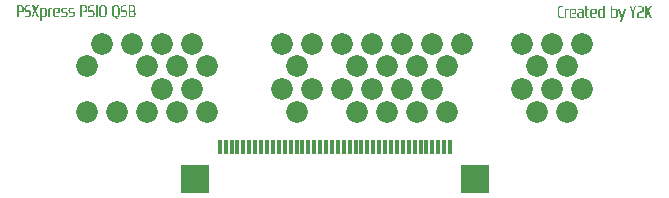
<source format=gts>
G04 #@! TF.GenerationSoftware,KiCad,Pcbnew,7.0.7*
G04 #@! TF.CreationDate,2023-10-10T05:26:18-05:00*
G04 #@! TF.ProjectId,psio-qsb,7073696f-2d71-4736-922e-6b696361645f,rev?*
G04 #@! TF.SameCoordinates,Original*
G04 #@! TF.FileFunction,Soldermask,Top*
G04 #@! TF.FilePolarity,Negative*
%FSLAX46Y46*%
G04 Gerber Fmt 4.6, Leading zero omitted, Abs format (unit mm)*
G04 Created by KiCad (PCBNEW 7.0.7) date 2023-10-10 05:26:18*
%MOMM*%
%LPD*%
G01*
G04 APERTURE LIST*
%ADD10C,0.150000*%
%ADD11R,0.300000X1.200000*%
%ADD12R,2.400000X2.400000*%
%ADD13C,1.844000*%
G04 APERTURE END LIST*
D10*
G36*
X123110676Y-115497341D02*
G01*
X123110538Y-115474469D01*
X123110112Y-115452732D01*
X123109381Y-115432101D01*
X123108327Y-115412551D01*
X123106932Y-115394055D01*
X123105180Y-115376585D01*
X123103053Y-115360116D01*
X123100533Y-115344620D01*
X123097603Y-115330071D01*
X123094245Y-115316442D01*
X123090443Y-115303706D01*
X123086179Y-115291836D01*
X123081434Y-115280806D01*
X123076193Y-115270589D01*
X123070436Y-115261159D01*
X123064148Y-115252487D01*
X123057310Y-115244549D01*
X123049905Y-115237316D01*
X123041916Y-115230763D01*
X123033325Y-115224862D01*
X123024114Y-115219587D01*
X123014267Y-115214911D01*
X123003766Y-115210807D01*
X122992593Y-115207249D01*
X122980730Y-115204209D01*
X122968162Y-115201662D01*
X122954869Y-115199580D01*
X122940835Y-115197936D01*
X122926042Y-115196704D01*
X122910473Y-115195858D01*
X122894110Y-115195369D01*
X122876936Y-115195212D01*
X122519853Y-115195212D01*
X122519853Y-116180000D01*
X122666887Y-116180000D01*
X122666887Y-115279232D01*
X122860083Y-115279232D01*
X122875125Y-115279690D01*
X122888782Y-115281165D01*
X122901110Y-115283811D01*
X122912168Y-115287780D01*
X122922012Y-115293227D01*
X122930700Y-115300304D01*
X122938289Y-115309163D01*
X122944836Y-115319959D01*
X122950398Y-115332845D01*
X122955033Y-115347973D01*
X122958797Y-115365497D01*
X122960371Y-115375205D01*
X122961749Y-115385569D01*
X122962938Y-115396609D01*
X122963946Y-115408344D01*
X122964778Y-115420792D01*
X122965443Y-115433973D01*
X122965948Y-115447906D01*
X122966300Y-115462611D01*
X122966506Y-115478106D01*
X122966573Y-115494410D01*
X122966506Y-115510706D01*
X122966300Y-115526176D01*
X122965948Y-115540841D01*
X122965443Y-115554721D01*
X122964778Y-115567835D01*
X122963946Y-115580206D01*
X122962938Y-115591851D01*
X122961749Y-115602793D01*
X122960371Y-115613050D01*
X122957020Y-115631593D01*
X122952828Y-115647643D01*
X122947736Y-115661360D01*
X122941689Y-115672907D01*
X122934628Y-115682446D01*
X122926497Y-115690138D01*
X122917238Y-115696144D01*
X122906794Y-115700628D01*
X122895108Y-115703749D01*
X122882123Y-115705671D01*
X122867781Y-115706554D01*
X122860083Y-115706657D01*
X122724284Y-115706657D01*
X122724284Y-115789211D01*
X122876936Y-115789211D01*
X122894110Y-115789084D01*
X122910473Y-115788681D01*
X122926042Y-115787972D01*
X122940835Y-115786928D01*
X122954869Y-115785517D01*
X122968162Y-115783708D01*
X122980730Y-115781472D01*
X122992593Y-115778777D01*
X123003766Y-115775594D01*
X123014267Y-115771892D01*
X123024114Y-115767639D01*
X123033325Y-115762807D01*
X123041916Y-115757364D01*
X123049905Y-115751279D01*
X123057310Y-115744523D01*
X123064148Y-115737065D01*
X123070436Y-115728874D01*
X123076193Y-115719920D01*
X123081434Y-115710172D01*
X123086179Y-115699600D01*
X123090443Y-115688173D01*
X123094245Y-115675860D01*
X123097603Y-115662633D01*
X123100533Y-115648458D01*
X123103053Y-115633307D01*
X123105180Y-115617149D01*
X123106932Y-115599954D01*
X123108327Y-115581689D01*
X123109381Y-115562327D01*
X123110112Y-115541835D01*
X123110538Y-115520183D01*
X123110676Y-115497341D01*
G37*
G36*
X123729099Y-115885931D02*
G01*
X123728906Y-115865513D01*
X123728324Y-115846101D01*
X123727350Y-115827670D01*
X123725980Y-115810199D01*
X123724211Y-115793662D01*
X123722038Y-115778038D01*
X123719458Y-115763301D01*
X123716467Y-115749430D01*
X123713062Y-115736400D01*
X123709240Y-115724188D01*
X123704995Y-115712771D01*
X123700325Y-115702125D01*
X123695227Y-115692227D01*
X123689695Y-115683053D01*
X123683727Y-115674580D01*
X123677320Y-115666784D01*
X123670468Y-115659643D01*
X123663170Y-115653132D01*
X123647216Y-115641908D01*
X123638553Y-115637148D01*
X123629429Y-115632925D01*
X123619839Y-115629215D01*
X123609779Y-115625996D01*
X123599247Y-115623243D01*
X123588237Y-115620933D01*
X123576748Y-115619042D01*
X123564774Y-115617548D01*
X123552313Y-115616427D01*
X123539361Y-115615655D01*
X123525913Y-115615209D01*
X123511967Y-115615066D01*
X123412561Y-115615066D01*
X123394890Y-115614682D01*
X123379087Y-115613464D01*
X123365053Y-115611308D01*
X123352687Y-115608113D01*
X123341887Y-115603775D01*
X123332554Y-115598193D01*
X123324587Y-115591264D01*
X123317886Y-115582887D01*
X123312349Y-115572958D01*
X123307877Y-115561375D01*
X123304369Y-115548037D01*
X123301724Y-115532840D01*
X123299842Y-115515682D01*
X123298622Y-115496462D01*
X123298229Y-115486046D01*
X123297963Y-115475076D01*
X123297814Y-115463540D01*
X123297766Y-115451423D01*
X123297877Y-115438917D01*
X123298210Y-115426990D01*
X123298766Y-115415630D01*
X123299543Y-115404825D01*
X123300544Y-115394563D01*
X123301767Y-115384833D01*
X123304884Y-115366919D01*
X123308895Y-115350987D01*
X123313802Y-115336941D01*
X123319607Y-115324687D01*
X123326312Y-115314128D01*
X123333919Y-115305169D01*
X123342429Y-115297715D01*
X123351844Y-115291669D01*
X123362166Y-115286937D01*
X123373397Y-115283423D01*
X123385539Y-115281031D01*
X123398593Y-115279666D01*
X123412561Y-115279232D01*
X123650697Y-115279232D01*
X123650697Y-115195212D01*
X123377634Y-115195212D01*
X123363090Y-115195508D01*
X123349130Y-115196391D01*
X123335744Y-115197856D01*
X123322926Y-115199899D01*
X123310667Y-115202515D01*
X123298960Y-115205698D01*
X123287795Y-115209444D01*
X123277166Y-115213748D01*
X123267064Y-115218605D01*
X123257482Y-115224009D01*
X123248411Y-115229956D01*
X123239844Y-115236441D01*
X123231772Y-115243459D01*
X123224187Y-115251005D01*
X123217083Y-115259074D01*
X123210450Y-115267661D01*
X123204280Y-115276761D01*
X123198566Y-115286369D01*
X123193301Y-115296480D01*
X123188474Y-115307089D01*
X123184080Y-115318192D01*
X123180110Y-115329783D01*
X123176555Y-115341857D01*
X123173409Y-115354409D01*
X123170662Y-115367435D01*
X123168308Y-115380929D01*
X123166337Y-115394886D01*
X123164743Y-115409302D01*
X123163517Y-115424172D01*
X123162651Y-115439489D01*
X123162137Y-115455251D01*
X123161967Y-115471451D01*
X123162113Y-115490042D01*
X123162553Y-115507860D01*
X123163297Y-115524916D01*
X123164353Y-115541223D01*
X123165728Y-115556792D01*
X123167430Y-115571635D01*
X123169467Y-115585765D01*
X123171848Y-115599194D01*
X123174579Y-115611933D01*
X123177669Y-115623995D01*
X123181126Y-115635391D01*
X123184958Y-115646134D01*
X123189173Y-115656235D01*
X123193778Y-115665708D01*
X123198781Y-115674563D01*
X123204191Y-115682813D01*
X123216261Y-115697545D01*
X123230052Y-115710000D01*
X123245627Y-115720276D01*
X123263050Y-115728467D01*
X123272473Y-115731811D01*
X123282382Y-115734670D01*
X123292785Y-115737057D01*
X123303689Y-115738982D01*
X123315102Y-115740459D01*
X123327033Y-115741499D01*
X123339488Y-115742114D01*
X123352477Y-115742316D01*
X123458967Y-115742316D01*
X123469194Y-115742393D01*
X123488126Y-115743053D01*
X123505111Y-115744498D01*
X123520245Y-115746858D01*
X123533627Y-115750264D01*
X123545355Y-115754845D01*
X123555527Y-115760733D01*
X123564241Y-115768056D01*
X123571595Y-115776946D01*
X123577688Y-115787532D01*
X123582616Y-115799945D01*
X123586479Y-115814316D01*
X123589374Y-115830773D01*
X123591399Y-115849448D01*
X123592116Y-115859658D01*
X123592653Y-115870471D01*
X123593021Y-115881903D01*
X123593232Y-115893971D01*
X123593300Y-115906692D01*
X123593182Y-115921203D01*
X123592825Y-115934983D01*
X123592232Y-115948048D01*
X123591402Y-115960417D01*
X123590335Y-115972107D01*
X123589032Y-115983136D01*
X123587493Y-115993522D01*
X123585717Y-116003282D01*
X123581459Y-116020999D01*
X123576260Y-116036428D01*
X123570121Y-116049711D01*
X123563045Y-116060992D01*
X123555032Y-116070413D01*
X123546086Y-116078115D01*
X123536207Y-116084242D01*
X123525397Y-116088935D01*
X123513659Y-116092338D01*
X123500993Y-116094592D01*
X123487403Y-116095840D01*
X123472889Y-116096224D01*
X123187369Y-116096224D01*
X123187369Y-116180000D01*
X123500976Y-116180000D01*
X123516157Y-116179725D01*
X123530747Y-116178900D01*
X123544753Y-116177522D01*
X123558183Y-116175588D01*
X123571042Y-116173097D01*
X123583340Y-116170045D01*
X123595082Y-116166430D01*
X123606276Y-116162250D01*
X123616929Y-116157502D01*
X123627048Y-116152184D01*
X123636640Y-116146293D01*
X123645713Y-116139827D01*
X123654274Y-116132783D01*
X123662329Y-116125159D01*
X123669887Y-116116953D01*
X123676953Y-116108162D01*
X123683536Y-116098783D01*
X123689643Y-116088814D01*
X123695280Y-116078253D01*
X123700454Y-116067097D01*
X123705174Y-116055343D01*
X123709445Y-116042990D01*
X123713276Y-116030035D01*
X123716673Y-116016475D01*
X123719644Y-116002308D01*
X123722196Y-115987531D01*
X123724335Y-115972142D01*
X123726069Y-115956139D01*
X123727406Y-115939519D01*
X123728351Y-115922279D01*
X123728913Y-115904417D01*
X123729099Y-115885931D01*
G37*
G36*
X123798953Y-115195212D02*
G01*
X124002163Y-115654633D01*
X123787718Y-116180000D01*
X123897138Y-116180000D01*
X124058094Y-115762833D01*
X124219050Y-116180000D01*
X124378785Y-116180000D01*
X124157501Y-115650481D01*
X124356315Y-115195212D01*
X124247138Y-115195212D01*
X124102791Y-115542281D01*
X123958688Y-115195212D01*
X123798953Y-115195212D01*
G37*
G36*
X124688729Y-116096224D02*
G01*
X124688729Y-116180000D01*
X124846999Y-116180000D01*
X124862389Y-116179810D01*
X124877063Y-116179235D01*
X124891036Y-116178268D01*
X124904322Y-116176898D01*
X124916937Y-116175118D01*
X124928895Y-116172919D01*
X124940212Y-116170292D01*
X124950901Y-116167230D01*
X124960979Y-116163724D01*
X124970460Y-116159764D01*
X124979359Y-116155343D01*
X124995471Y-116145084D01*
X125009435Y-116132877D01*
X125021370Y-116118654D01*
X125031395Y-116102349D01*
X125035729Y-116093393D01*
X125039630Y-116083892D01*
X125043114Y-116073835D01*
X125046195Y-116063216D01*
X125048888Y-116052024D01*
X125051209Y-116040252D01*
X125053172Y-116027891D01*
X125054791Y-116014933D01*
X125056083Y-116001369D01*
X125057062Y-115987191D01*
X125057742Y-115972390D01*
X125058140Y-115956958D01*
X125058269Y-115940886D01*
X125058269Y-115637780D01*
X125058140Y-115621708D01*
X125057742Y-115606273D01*
X125057062Y-115591469D01*
X125056083Y-115577286D01*
X125054791Y-115563717D01*
X125053172Y-115550752D01*
X125051209Y-115538384D01*
X125048888Y-115526604D01*
X125046195Y-115515404D01*
X125043114Y-115504774D01*
X125039630Y-115494708D01*
X125035729Y-115485195D01*
X125031395Y-115476229D01*
X125021370Y-115459901D01*
X125009435Y-115445656D01*
X124995471Y-115433426D01*
X124979359Y-115423145D01*
X124970460Y-115418714D01*
X124960979Y-115414745D01*
X124950901Y-115411230D01*
X124940212Y-115408159D01*
X124928895Y-115405526D01*
X124916937Y-115403320D01*
X124904322Y-115401535D01*
X124891036Y-115400160D01*
X124877063Y-115399189D01*
X124862389Y-115398613D01*
X124846999Y-115398422D01*
X124468911Y-115398422D01*
X124468911Y-116492630D01*
X124611793Y-116492630D01*
X124611793Y-115482442D01*
X124796685Y-115482442D01*
X124814402Y-115482741D01*
X124830336Y-115483716D01*
X124844575Y-115485478D01*
X124857207Y-115488143D01*
X124868321Y-115491825D01*
X124878005Y-115496636D01*
X124886347Y-115502690D01*
X124893435Y-115510102D01*
X124899359Y-115518986D01*
X124904206Y-115529454D01*
X124908066Y-115541621D01*
X124911025Y-115555600D01*
X124913173Y-115571506D01*
X124914597Y-115589452D01*
X124915066Y-115599225D01*
X124915387Y-115609551D01*
X124915572Y-115620444D01*
X124915631Y-115631919D01*
X124915631Y-115946503D01*
X124915572Y-115957978D01*
X124915387Y-115968873D01*
X124915066Y-115979203D01*
X124914597Y-115988981D01*
X124913173Y-116006938D01*
X124911025Y-116022860D01*
X124908066Y-116036858D01*
X124904206Y-116049045D01*
X124899359Y-116059536D01*
X124893435Y-116068442D01*
X124886347Y-116075876D01*
X124878005Y-116081953D01*
X124868321Y-116086785D01*
X124857207Y-116090484D01*
X124844575Y-116093165D01*
X124830336Y-116094940D01*
X124814402Y-116095922D01*
X124796685Y-116096224D01*
X124688729Y-116096224D01*
G37*
G36*
X125181367Y-115637536D02*
G01*
X125181367Y-116180000D01*
X125324249Y-116180000D01*
X125324249Y-115631919D01*
X125324308Y-115620466D01*
X125324493Y-115609592D01*
X125324814Y-115599282D01*
X125325283Y-115589522D01*
X125326708Y-115571597D01*
X125328856Y-115555703D01*
X125331815Y-115541729D01*
X125335674Y-115529561D01*
X125340521Y-115519087D01*
X125346445Y-115510194D01*
X125353534Y-115502769D01*
X125361876Y-115496700D01*
X125371559Y-115491874D01*
X125382673Y-115488178D01*
X125395305Y-115485499D01*
X125409544Y-115483726D01*
X125425478Y-115482744D01*
X125443196Y-115482442D01*
X125538450Y-115482442D01*
X125538450Y-115398422D01*
X125392882Y-115398422D01*
X125377490Y-115398613D01*
X125362814Y-115399189D01*
X125348838Y-115400160D01*
X125335547Y-115401534D01*
X125322927Y-115403319D01*
X125310963Y-115405524D01*
X125299639Y-115408157D01*
X125288941Y-115411226D01*
X125278854Y-115414740D01*
X125269364Y-115418707D01*
X125260454Y-115423135D01*
X125244321Y-115433410D01*
X125230335Y-115445631D01*
X125218377Y-115459864D01*
X125208329Y-115476178D01*
X125203985Y-115485136D01*
X125200073Y-115494639D01*
X125196579Y-115504695D01*
X125193488Y-115515313D01*
X125190786Y-115526501D01*
X125188457Y-115538268D01*
X125186487Y-115550621D01*
X125184861Y-115563570D01*
X125183564Y-115577123D01*
X125182580Y-115591287D01*
X125181897Y-115606072D01*
X125181497Y-115621486D01*
X125181367Y-115637536D01*
G37*
G36*
X125968806Y-115851737D02*
G01*
X125984197Y-115851549D01*
X125998874Y-115850987D01*
X126012850Y-115850051D01*
X126026140Y-115848744D01*
X126038761Y-115847067D01*
X126050725Y-115845022D01*
X126062049Y-115842610D01*
X126072747Y-115839834D01*
X126082834Y-115836695D01*
X126092324Y-115833194D01*
X126109576Y-115825114D01*
X126124621Y-115815608D01*
X126137578Y-115804690D01*
X126148566Y-115792372D01*
X126157703Y-115778667D01*
X126165109Y-115763589D01*
X126170902Y-115747152D01*
X126175201Y-115729367D01*
X126178124Y-115710249D01*
X126179107Y-115700195D01*
X126179791Y-115689811D01*
X126180191Y-115679102D01*
X126180321Y-115668066D01*
X126180321Y-115582337D01*
X126180191Y-115571302D01*
X126179791Y-115560590D01*
X126179107Y-115550203D01*
X126178124Y-115540144D01*
X126176827Y-115530414D01*
X126173231Y-115511947D01*
X126168200Y-115494817D01*
X126161615Y-115479038D01*
X126153358Y-115464624D01*
X126143311Y-115451588D01*
X126131353Y-115439945D01*
X126117367Y-115429709D01*
X126101233Y-115420893D01*
X126082834Y-115413512D01*
X126072747Y-115410364D01*
X126062049Y-115407579D01*
X126050725Y-115405160D01*
X126038761Y-115403109D01*
X126026140Y-115401426D01*
X126012850Y-115400115D01*
X125998874Y-115399176D01*
X125984197Y-115398611D01*
X125968806Y-115398422D01*
X125809316Y-115398422D01*
X125793924Y-115398613D01*
X125779248Y-115399189D01*
X125765272Y-115400160D01*
X125751982Y-115401533D01*
X125739361Y-115403317D01*
X125727397Y-115405521D01*
X125716073Y-115408152D01*
X125705375Y-115411218D01*
X125695288Y-115414729D01*
X125685798Y-115418692D01*
X125676889Y-115423115D01*
X125660755Y-115433377D01*
X125646769Y-115445580D01*
X125634811Y-115459791D01*
X125624763Y-115476076D01*
X125620419Y-115485016D01*
X125616507Y-115494501D01*
X125613013Y-115504536D01*
X125609922Y-115515131D01*
X125607220Y-115526295D01*
X125604891Y-115538035D01*
X125602921Y-115550359D01*
X125601295Y-115563277D01*
X125599998Y-115576796D01*
X125599014Y-115590924D01*
X125598331Y-115605670D01*
X125597931Y-115621041D01*
X125597801Y-115637048D01*
X125597801Y-115939909D01*
X125597931Y-115956070D01*
X125598331Y-115971585D01*
X125599014Y-115986464D01*
X125599998Y-116000715D01*
X125601295Y-116014346D01*
X125602921Y-116027367D01*
X125604891Y-116039786D01*
X125607220Y-116051612D01*
X125609922Y-116062853D01*
X125613013Y-116073518D01*
X125616507Y-116083616D01*
X125620419Y-116093155D01*
X125624763Y-116102144D01*
X125634811Y-116118508D01*
X125646769Y-116132776D01*
X125660755Y-116145018D01*
X125676889Y-116155304D01*
X125685798Y-116159734D01*
X125695288Y-116163702D01*
X125705375Y-116167215D01*
X125716073Y-116170282D01*
X125727397Y-116172912D01*
X125739361Y-116175114D01*
X125751982Y-116176896D01*
X125765272Y-116178267D01*
X125779248Y-116179235D01*
X125793924Y-116179810D01*
X125809316Y-116180000D01*
X126124389Y-116180000D01*
X126124389Y-116096224D01*
X125859630Y-116096224D01*
X125841912Y-116095922D01*
X125825978Y-116094938D01*
X125811739Y-116093159D01*
X125799107Y-116090469D01*
X125787993Y-116086755D01*
X125778310Y-116081902D01*
X125769968Y-116075795D01*
X125762879Y-116068319D01*
X125756955Y-116059362D01*
X125752108Y-116048807D01*
X125748249Y-116036540D01*
X125745290Y-116022448D01*
X125743142Y-116006414D01*
X125741717Y-115988326D01*
X125741248Y-115978476D01*
X125740927Y-115968068D01*
X125740742Y-115957090D01*
X125740683Y-115945526D01*
X125740683Y-115631430D01*
X125740742Y-115620000D01*
X125740927Y-115609149D01*
X125741248Y-115598862D01*
X125742345Y-115579923D01*
X125744120Y-115563072D01*
X125746662Y-115548196D01*
X125750060Y-115535180D01*
X125754403Y-115523912D01*
X125759777Y-115514280D01*
X125766272Y-115506169D01*
X125773976Y-115499468D01*
X125782978Y-115494062D01*
X125793366Y-115489839D01*
X125805228Y-115486686D01*
X125818652Y-115484489D01*
X125833728Y-115483137D01*
X125850542Y-115482514D01*
X125859630Y-115482442D01*
X125918492Y-115482442D01*
X125936210Y-115482731D01*
X125952144Y-115483635D01*
X125966383Y-115485208D01*
X125979015Y-115487502D01*
X125990128Y-115490572D01*
X125999812Y-115494472D01*
X126011850Y-115501993D01*
X126021167Y-115511683D01*
X126028061Y-115523721D01*
X126031460Y-115533141D01*
X126034002Y-115543739D01*
X126035777Y-115555569D01*
X126036874Y-115568685D01*
X126037379Y-115583139D01*
X126037438Y-115590886D01*
X126037438Y-115666601D01*
X126037195Y-115680529D01*
X126036405Y-115693301D01*
X126034980Y-115704954D01*
X126032832Y-115715522D01*
X126029873Y-115725041D01*
X126023719Y-115737431D01*
X126015243Y-115747659D01*
X126004145Y-115755846D01*
X125995144Y-115760229D01*
X125984756Y-115763793D01*
X125972894Y-115766574D01*
X125959470Y-115768606D01*
X125944394Y-115769927D01*
X125927579Y-115770570D01*
X125918492Y-115770648D01*
X125838625Y-115770648D01*
X125838625Y-115851737D01*
X125968806Y-115851737D01*
G37*
G36*
X126818039Y-115945038D02*
G01*
X126817877Y-115929036D01*
X126817388Y-115913763D01*
X126816561Y-115899206D01*
X126815386Y-115885349D01*
X126813856Y-115872178D01*
X126811959Y-115859678D01*
X126809688Y-115847836D01*
X126807032Y-115836636D01*
X126803983Y-115826064D01*
X126800531Y-115816105D01*
X126796667Y-115806745D01*
X126787665Y-115789764D01*
X126776903Y-115775004D01*
X126764306Y-115762348D01*
X126749800Y-115751680D01*
X126733311Y-115742885D01*
X126714763Y-115735845D01*
X126704695Y-115732947D01*
X126694084Y-115730445D01*
X126682921Y-115728323D01*
X126671197Y-115726568D01*
X126658903Y-115725164D01*
X126646029Y-115724098D01*
X126632567Y-115723354D01*
X126618506Y-115722919D01*
X126603838Y-115722777D01*
X126505896Y-115722777D01*
X126488437Y-115722546D01*
X126472728Y-115721786D01*
X126458685Y-115720397D01*
X126446221Y-115718281D01*
X126435249Y-115715338D01*
X126425684Y-115711468D01*
X126413784Y-115703708D01*
X126404564Y-115693304D01*
X126399763Y-115684733D01*
X126395936Y-115674738D01*
X126392999Y-115663220D01*
X126390864Y-115650079D01*
X126389446Y-115635215D01*
X126388659Y-115618529D01*
X126388415Y-115599923D01*
X126388534Y-115590131D01*
X126389481Y-115572195D01*
X126391369Y-115556352D01*
X126394192Y-115542472D01*
X126397944Y-115530428D01*
X126402619Y-115520092D01*
X126408211Y-115511336D01*
X126414714Y-115504031D01*
X126426162Y-115495514D01*
X126439625Y-115489543D01*
X126449709Y-115486764D01*
X126460674Y-115484795D01*
X126472514Y-115483509D01*
X126485221Y-115482778D01*
X126498790Y-115482474D01*
X126505896Y-115482442D01*
X126741102Y-115482442D01*
X126741102Y-115398422D01*
X126470969Y-115398422D01*
X126456563Y-115398656D01*
X126442737Y-115399353D01*
X126429485Y-115400510D01*
X126416798Y-115402122D01*
X126404668Y-115404185D01*
X126393087Y-115406696D01*
X126382047Y-115409650D01*
X126371540Y-115413043D01*
X126361557Y-115416870D01*
X126352090Y-115421128D01*
X126343132Y-115425812D01*
X126334673Y-115430919D01*
X126319224Y-115442382D01*
X126305678Y-115455484D01*
X126293969Y-115470191D01*
X126284033Y-115486471D01*
X126275804Y-115504291D01*
X126272309Y-115513767D01*
X126269217Y-115523616D01*
X126266519Y-115533833D01*
X126264208Y-115544414D01*
X126262274Y-115555354D01*
X126260710Y-115566651D01*
X126259508Y-115578299D01*
X126258659Y-115590294D01*
X126258156Y-115602633D01*
X126257990Y-115615310D01*
X126258135Y-115630083D01*
X126258575Y-115644274D01*
X126259318Y-115657890D01*
X126260370Y-115670939D01*
X126261740Y-115683428D01*
X126263435Y-115695365D01*
X126265462Y-115706756D01*
X126267828Y-115717610D01*
X126270542Y-115727933D01*
X126273610Y-115737734D01*
X126277040Y-115747019D01*
X126285015Y-115764073D01*
X126294527Y-115779155D01*
X126305635Y-115792324D01*
X126318398Y-115803639D01*
X126332876Y-115813159D01*
X126349128Y-115820945D01*
X126367214Y-115827056D01*
X126376964Y-115829501D01*
X126387193Y-115831550D01*
X126397911Y-115833210D01*
X126409125Y-115834488D01*
X126420841Y-115835392D01*
X126433068Y-115835928D01*
X126445812Y-115836106D01*
X126550837Y-115836106D01*
X126561437Y-115836154D01*
X126571494Y-115836308D01*
X126590034Y-115836992D01*
X126606563Y-115838274D01*
X126621190Y-115840269D01*
X126634025Y-115843093D01*
X126645174Y-115846860D01*
X126654748Y-115851688D01*
X126662853Y-115857691D01*
X126669598Y-115864984D01*
X126675093Y-115873684D01*
X126679445Y-115883906D01*
X126682762Y-115895766D01*
X126685154Y-115909378D01*
X126686728Y-115924860D01*
X126687593Y-115942325D01*
X126687857Y-115961891D01*
X126687731Y-115973472D01*
X126687352Y-115984370D01*
X126686723Y-115994605D01*
X126684716Y-116013169D01*
X126681720Y-116029332D01*
X126677745Y-116043258D01*
X126672800Y-116055113D01*
X126666895Y-116065062D01*
X126660039Y-116073272D01*
X126652243Y-116079908D01*
X126643516Y-116085135D01*
X126633867Y-116089120D01*
X126623306Y-116092028D01*
X126611843Y-116094024D01*
X126599488Y-116095274D01*
X126586250Y-116095944D01*
X126572139Y-116096200D01*
X126564759Y-116096224D01*
X126283391Y-116096224D01*
X126283391Y-116180000D01*
X126592847Y-116180000D01*
X126607890Y-116179782D01*
X126622343Y-116179129D01*
X126636213Y-116178038D01*
X126649506Y-116176505D01*
X126662231Y-116174530D01*
X126674395Y-116172109D01*
X126686006Y-116169240D01*
X126697070Y-116165921D01*
X126707595Y-116162150D01*
X126717589Y-116157923D01*
X126727059Y-116153239D01*
X126736012Y-116148096D01*
X126744456Y-116142490D01*
X126752399Y-116136420D01*
X126759847Y-116129883D01*
X126766809Y-116122877D01*
X126773291Y-116115400D01*
X126779301Y-116107448D01*
X126784846Y-116099020D01*
X126789934Y-116090114D01*
X126794573Y-116080726D01*
X126798769Y-116070855D01*
X126802531Y-116060499D01*
X126805865Y-116049654D01*
X126808779Y-116038319D01*
X126811280Y-116026490D01*
X126813376Y-116014167D01*
X126815074Y-116001346D01*
X126816382Y-115988025D01*
X126817307Y-115974201D01*
X126817857Y-115959873D01*
X126818039Y-115945038D01*
G37*
G36*
X127455024Y-115945038D02*
G01*
X127454863Y-115929036D01*
X127454373Y-115913763D01*
X127453546Y-115899206D01*
X127452372Y-115885349D01*
X127450841Y-115872178D01*
X127448945Y-115859678D01*
X127446673Y-115847836D01*
X127444018Y-115836636D01*
X127440969Y-115826064D01*
X127437517Y-115816105D01*
X127433653Y-115806745D01*
X127424651Y-115789764D01*
X127413888Y-115775004D01*
X127401292Y-115762348D01*
X127386786Y-115751680D01*
X127370296Y-115742885D01*
X127351749Y-115735845D01*
X127341680Y-115732947D01*
X127331069Y-115730445D01*
X127319906Y-115728323D01*
X127308182Y-115726568D01*
X127295888Y-115725164D01*
X127283015Y-115724098D01*
X127269552Y-115723354D01*
X127255491Y-115722919D01*
X127240823Y-115722777D01*
X127142882Y-115722777D01*
X127125422Y-115722546D01*
X127109714Y-115721786D01*
X127095670Y-115720397D01*
X127083206Y-115718281D01*
X127072235Y-115715338D01*
X127062669Y-115711468D01*
X127050770Y-115703708D01*
X127041550Y-115693304D01*
X127036748Y-115684733D01*
X127032922Y-115674738D01*
X127029984Y-115663220D01*
X127027850Y-115650079D01*
X127026432Y-115635215D01*
X127025644Y-115618529D01*
X127025401Y-115599923D01*
X127025519Y-115590131D01*
X127026466Y-115572195D01*
X127028354Y-115556352D01*
X127031178Y-115542472D01*
X127034930Y-115530428D01*
X127039605Y-115520092D01*
X127045197Y-115511336D01*
X127051699Y-115504031D01*
X127063147Y-115495514D01*
X127076610Y-115489543D01*
X127086695Y-115486764D01*
X127097660Y-115484795D01*
X127109499Y-115483509D01*
X127122206Y-115482778D01*
X127135776Y-115482474D01*
X127142882Y-115482442D01*
X127378087Y-115482442D01*
X127378087Y-115398422D01*
X127107955Y-115398422D01*
X127093548Y-115398656D01*
X127079722Y-115399353D01*
X127066470Y-115400510D01*
X127053783Y-115402122D01*
X127041654Y-115404185D01*
X127030073Y-115406696D01*
X127019033Y-115409650D01*
X127008525Y-115413043D01*
X126998542Y-115416870D01*
X126989075Y-115421128D01*
X126980117Y-115425812D01*
X126971659Y-115430919D01*
X126956210Y-115442382D01*
X126942663Y-115455484D01*
X126930955Y-115470191D01*
X126921018Y-115486471D01*
X126912789Y-115504291D01*
X126909295Y-115513767D01*
X126906203Y-115523616D01*
X126903505Y-115533833D01*
X126901193Y-115544414D01*
X126899259Y-115555354D01*
X126897695Y-115566651D01*
X126896493Y-115578299D01*
X126895644Y-115590294D01*
X126895141Y-115602633D01*
X126894975Y-115615310D01*
X126895120Y-115630083D01*
X126895560Y-115644274D01*
X126896303Y-115657890D01*
X126897355Y-115670939D01*
X126898725Y-115683428D01*
X126900420Y-115695365D01*
X126902447Y-115706756D01*
X126904813Y-115717610D01*
X126907527Y-115727933D01*
X126910595Y-115737734D01*
X126914025Y-115747019D01*
X126922000Y-115764073D01*
X126931512Y-115779155D01*
X126942620Y-115792324D01*
X126955383Y-115803639D01*
X126969861Y-115813159D01*
X126986114Y-115820945D01*
X127004200Y-115827056D01*
X127013949Y-115829501D01*
X127024179Y-115831550D01*
X127034897Y-115833210D01*
X127046110Y-115834488D01*
X127057826Y-115835392D01*
X127070053Y-115835928D01*
X127082798Y-115836106D01*
X127187822Y-115836106D01*
X127198423Y-115836154D01*
X127208480Y-115836308D01*
X127227019Y-115836992D01*
X127243548Y-115838274D01*
X127258176Y-115840269D01*
X127271010Y-115843093D01*
X127282160Y-115846860D01*
X127291733Y-115851688D01*
X127299838Y-115857691D01*
X127306584Y-115864984D01*
X127312078Y-115873684D01*
X127316430Y-115883906D01*
X127319748Y-115895766D01*
X127322139Y-115909378D01*
X127323713Y-115924860D01*
X127324578Y-115942325D01*
X127324842Y-115961891D01*
X127324716Y-115973472D01*
X127324337Y-115984370D01*
X127323708Y-115994605D01*
X127321701Y-116013169D01*
X127318706Y-116029332D01*
X127314730Y-116043258D01*
X127309785Y-116055113D01*
X127303880Y-116065062D01*
X127297025Y-116073272D01*
X127289228Y-116079908D01*
X127280501Y-116085135D01*
X127270852Y-116089120D01*
X127260292Y-116092028D01*
X127248829Y-116094024D01*
X127236473Y-116095274D01*
X127223235Y-116095944D01*
X127209124Y-116096200D01*
X127201744Y-116096224D01*
X126920376Y-116096224D01*
X126920376Y-116180000D01*
X127229832Y-116180000D01*
X127244876Y-116179782D01*
X127259329Y-116179129D01*
X127273198Y-116178038D01*
X127286492Y-116176505D01*
X127299217Y-116174530D01*
X127311381Y-116172109D01*
X127322991Y-116169240D01*
X127334055Y-116165921D01*
X127344580Y-116162150D01*
X127354574Y-116157923D01*
X127364044Y-116153239D01*
X127372997Y-116148096D01*
X127381442Y-116142490D01*
X127389384Y-116136420D01*
X127396833Y-116129883D01*
X127403794Y-116122877D01*
X127410276Y-116115400D01*
X127416286Y-116107448D01*
X127421831Y-116099020D01*
X127426920Y-116090114D01*
X127431558Y-116080726D01*
X127435755Y-116070855D01*
X127439516Y-116060499D01*
X127442850Y-116049654D01*
X127445764Y-116038319D01*
X127448265Y-116026490D01*
X127450361Y-116014167D01*
X127452060Y-116001346D01*
X127453368Y-115988025D01*
X127454293Y-115974201D01*
X127454842Y-115959873D01*
X127455024Y-115945038D01*
G37*
G36*
X128481088Y-115497341D02*
G01*
X128480950Y-115474469D01*
X128480524Y-115452732D01*
X128479792Y-115432101D01*
X128478738Y-115412551D01*
X128477344Y-115394055D01*
X128475592Y-115376585D01*
X128473464Y-115360116D01*
X128470944Y-115344620D01*
X128468015Y-115330071D01*
X128464657Y-115316442D01*
X128460855Y-115303706D01*
X128456590Y-115291836D01*
X128451846Y-115280806D01*
X128446604Y-115270589D01*
X128440848Y-115261159D01*
X128434560Y-115252487D01*
X128427722Y-115244549D01*
X128420317Y-115237316D01*
X128412328Y-115230763D01*
X128403737Y-115224862D01*
X128394526Y-115219587D01*
X128384679Y-115214911D01*
X128374177Y-115210807D01*
X128363004Y-115207249D01*
X128351142Y-115204209D01*
X128338573Y-115201662D01*
X128325281Y-115199580D01*
X128311247Y-115197936D01*
X128296454Y-115196704D01*
X128280885Y-115195858D01*
X128264522Y-115195369D01*
X128247348Y-115195212D01*
X127890265Y-115195212D01*
X127890265Y-116180000D01*
X128037299Y-116180000D01*
X128037299Y-115279232D01*
X128230495Y-115279232D01*
X128245537Y-115279690D01*
X128259193Y-115281165D01*
X128271522Y-115283811D01*
X128282580Y-115287780D01*
X128292424Y-115293227D01*
X128301112Y-115300304D01*
X128308700Y-115309163D01*
X128315247Y-115319959D01*
X128320809Y-115332845D01*
X128325444Y-115347973D01*
X128329209Y-115365497D01*
X128330783Y-115375205D01*
X128332161Y-115385569D01*
X128333350Y-115396609D01*
X128334357Y-115408344D01*
X128335190Y-115420792D01*
X128335855Y-115433973D01*
X128336360Y-115447906D01*
X128336712Y-115462611D01*
X128336918Y-115478106D01*
X128336985Y-115494410D01*
X128336918Y-115510706D01*
X128336712Y-115526176D01*
X128336360Y-115540841D01*
X128335855Y-115554721D01*
X128335190Y-115567835D01*
X128334357Y-115580206D01*
X128333350Y-115591851D01*
X128332161Y-115602793D01*
X128330783Y-115613050D01*
X128327432Y-115631593D01*
X128323239Y-115647643D01*
X128318148Y-115661360D01*
X128312100Y-115672907D01*
X128305040Y-115682446D01*
X128296909Y-115690138D01*
X128287650Y-115696144D01*
X128277206Y-115700628D01*
X128265520Y-115703749D01*
X128252535Y-115705671D01*
X128238193Y-115706554D01*
X128230495Y-115706657D01*
X128094696Y-115706657D01*
X128094696Y-115789211D01*
X128247348Y-115789211D01*
X128264522Y-115789084D01*
X128280885Y-115788681D01*
X128296454Y-115787972D01*
X128311247Y-115786928D01*
X128325281Y-115785517D01*
X128338573Y-115783708D01*
X128351142Y-115781472D01*
X128363004Y-115778777D01*
X128374177Y-115775594D01*
X128384679Y-115771892D01*
X128394526Y-115767639D01*
X128403737Y-115762807D01*
X128412328Y-115757364D01*
X128420317Y-115751279D01*
X128427722Y-115744523D01*
X128434560Y-115737065D01*
X128440848Y-115728874D01*
X128446604Y-115719920D01*
X128451846Y-115710172D01*
X128456590Y-115699600D01*
X128460855Y-115688173D01*
X128464657Y-115675860D01*
X128468015Y-115662633D01*
X128470944Y-115648458D01*
X128473464Y-115633307D01*
X128475592Y-115617149D01*
X128477344Y-115599954D01*
X128478738Y-115581689D01*
X128479792Y-115562327D01*
X128480524Y-115541835D01*
X128480950Y-115520183D01*
X128481088Y-115497341D01*
G37*
G36*
X129099511Y-115885931D02*
G01*
X129099318Y-115865513D01*
X129098736Y-115846101D01*
X129097762Y-115827670D01*
X129096392Y-115810199D01*
X129094623Y-115793662D01*
X129092450Y-115778038D01*
X129089870Y-115763301D01*
X129086879Y-115749430D01*
X129083474Y-115736400D01*
X129079651Y-115724188D01*
X129075407Y-115712771D01*
X129070737Y-115702125D01*
X129065638Y-115692227D01*
X129060107Y-115683053D01*
X129054139Y-115674580D01*
X129047732Y-115666784D01*
X129040880Y-115659643D01*
X129033582Y-115653132D01*
X129017628Y-115641908D01*
X129008965Y-115637148D01*
X128999840Y-115632925D01*
X128990250Y-115629215D01*
X128980191Y-115625996D01*
X128969658Y-115623243D01*
X128958649Y-115620933D01*
X128947160Y-115619042D01*
X128935186Y-115617548D01*
X128922725Y-115616427D01*
X128909773Y-115615655D01*
X128896325Y-115615209D01*
X128882379Y-115615066D01*
X128782972Y-115615066D01*
X128765301Y-115614682D01*
X128749499Y-115613464D01*
X128735465Y-115611308D01*
X128723098Y-115608113D01*
X128712299Y-115603775D01*
X128702966Y-115598193D01*
X128694999Y-115591264D01*
X128688298Y-115582887D01*
X128682761Y-115572958D01*
X128678289Y-115561375D01*
X128674781Y-115548037D01*
X128672136Y-115532840D01*
X128670253Y-115515682D01*
X128669033Y-115496462D01*
X128668640Y-115486046D01*
X128668375Y-115475076D01*
X128668225Y-115463540D01*
X128668178Y-115451423D01*
X128668289Y-115438917D01*
X128668622Y-115426990D01*
X128669177Y-115415630D01*
X128669955Y-115404825D01*
X128670956Y-115394563D01*
X128672179Y-115384833D01*
X128675296Y-115366919D01*
X128679307Y-115350987D01*
X128684214Y-115336941D01*
X128690019Y-115324687D01*
X128696724Y-115314128D01*
X128704331Y-115305169D01*
X128712841Y-115297715D01*
X128722256Y-115291669D01*
X128732578Y-115286937D01*
X128743809Y-115283423D01*
X128755951Y-115281031D01*
X128769004Y-115279666D01*
X128782972Y-115279232D01*
X129021109Y-115279232D01*
X129021109Y-115195212D01*
X128748046Y-115195212D01*
X128733502Y-115195508D01*
X128719542Y-115196391D01*
X128706156Y-115197856D01*
X128693338Y-115199899D01*
X128681079Y-115202515D01*
X128669371Y-115205698D01*
X128658207Y-115209444D01*
X128647578Y-115213748D01*
X128637476Y-115218605D01*
X128627894Y-115224009D01*
X128618823Y-115229956D01*
X128610255Y-115236441D01*
X128602183Y-115243459D01*
X128594599Y-115251005D01*
X128587494Y-115259074D01*
X128580861Y-115267661D01*
X128574692Y-115276761D01*
X128568978Y-115286369D01*
X128563712Y-115296480D01*
X128558886Y-115307089D01*
X128554492Y-115318192D01*
X128550521Y-115329783D01*
X128546967Y-115341857D01*
X128543820Y-115354409D01*
X128541074Y-115367435D01*
X128538719Y-115380929D01*
X128536749Y-115394886D01*
X128535155Y-115409302D01*
X128533928Y-115424172D01*
X128533062Y-115439489D01*
X128532549Y-115455251D01*
X128532379Y-115471451D01*
X128532524Y-115490042D01*
X128532965Y-115507860D01*
X128533709Y-115524916D01*
X128534765Y-115541223D01*
X128536140Y-115556792D01*
X128537842Y-115571635D01*
X128539879Y-115585765D01*
X128542260Y-115599194D01*
X128544991Y-115611933D01*
X128548081Y-115623995D01*
X128551538Y-115635391D01*
X128555370Y-115646134D01*
X128559584Y-115656235D01*
X128564189Y-115665708D01*
X128569193Y-115674563D01*
X128574603Y-115682813D01*
X128586673Y-115697545D01*
X128600464Y-115710000D01*
X128616039Y-115720276D01*
X128633461Y-115728467D01*
X128642885Y-115731811D01*
X128652794Y-115734670D01*
X128663197Y-115737057D01*
X128674101Y-115738982D01*
X128685514Y-115740459D01*
X128697444Y-115741499D01*
X128709900Y-115742114D01*
X128722889Y-115742316D01*
X128829378Y-115742316D01*
X128839606Y-115742393D01*
X128858538Y-115743053D01*
X128875522Y-115744498D01*
X128890656Y-115746858D01*
X128904039Y-115750264D01*
X128915767Y-115754845D01*
X128925939Y-115760733D01*
X128934653Y-115768056D01*
X128942007Y-115776946D01*
X128948100Y-115787532D01*
X128953028Y-115799945D01*
X128956891Y-115814316D01*
X128959786Y-115830773D01*
X128961811Y-115849448D01*
X128962528Y-115859658D01*
X128963064Y-115870471D01*
X128963432Y-115881903D01*
X128963644Y-115893971D01*
X128963712Y-115906692D01*
X128963593Y-115921203D01*
X128963237Y-115934983D01*
X128962644Y-115948048D01*
X128961814Y-115960417D01*
X128960747Y-115972107D01*
X128959444Y-115983136D01*
X128957904Y-115993522D01*
X128956129Y-116003282D01*
X128951871Y-116020999D01*
X128946672Y-116036428D01*
X128940533Y-116049711D01*
X128933456Y-116060992D01*
X128925444Y-116070413D01*
X128916497Y-116078115D01*
X128906618Y-116084242D01*
X128895809Y-116088935D01*
X128884070Y-116092338D01*
X128871405Y-116094592D01*
X128857814Y-116095840D01*
X128843300Y-116096224D01*
X128557780Y-116096224D01*
X128557780Y-116180000D01*
X128871388Y-116180000D01*
X128886569Y-116179725D01*
X128901159Y-116178900D01*
X128915165Y-116177522D01*
X128928594Y-116175588D01*
X128941454Y-116173097D01*
X128953751Y-116170045D01*
X128965493Y-116166430D01*
X128976687Y-116162250D01*
X128987340Y-116157502D01*
X128997459Y-116152184D01*
X129007052Y-116146293D01*
X129016125Y-116139827D01*
X129024686Y-116132783D01*
X129032741Y-116125159D01*
X129040299Y-116116953D01*
X129047365Y-116108162D01*
X129053948Y-116098783D01*
X129060054Y-116088814D01*
X129065691Y-116078253D01*
X129070866Y-116067097D01*
X129075585Y-116055343D01*
X129079857Y-116042990D01*
X129083688Y-116030035D01*
X129087085Y-116016475D01*
X129090056Y-116002308D01*
X129092607Y-115987531D01*
X129094747Y-115972142D01*
X129096481Y-115956139D01*
X129097817Y-115939519D01*
X129098763Y-115922279D01*
X129099325Y-115904417D01*
X129099511Y-115885931D01*
G37*
G36*
X129356943Y-115195212D02*
G01*
X129210153Y-115195212D01*
X129210153Y-116180000D01*
X129356943Y-116180000D01*
X129356943Y-115195212D01*
G37*
G36*
X129927592Y-115195491D02*
G01*
X129940849Y-115196323D01*
X129953593Y-115197704D01*
X129965828Y-115199630D01*
X129977562Y-115202096D01*
X129988798Y-115205098D01*
X129999542Y-115208631D01*
X130009800Y-115212691D01*
X130019577Y-115217273D01*
X130028878Y-115222374D01*
X130037708Y-115227987D01*
X130046073Y-115234110D01*
X130053978Y-115240737D01*
X130061428Y-115247864D01*
X130068429Y-115255487D01*
X130074986Y-115263600D01*
X130081105Y-115272201D01*
X130086790Y-115281283D01*
X130092047Y-115290843D01*
X130096882Y-115300876D01*
X130101299Y-115311378D01*
X130105304Y-115322344D01*
X130108903Y-115333770D01*
X130112100Y-115345651D01*
X130114901Y-115357983D01*
X130117311Y-115370761D01*
X130119336Y-115383981D01*
X130120981Y-115397638D01*
X130122251Y-115411728D01*
X130123151Y-115426247D01*
X130123688Y-115441190D01*
X130123866Y-115456552D01*
X130123866Y-115925987D01*
X130123692Y-115940705D01*
X130123168Y-115955042D01*
X130122286Y-115968993D01*
X130121041Y-115982553D01*
X130119427Y-115995714D01*
X130117437Y-116008472D01*
X130115065Y-116020821D01*
X130112306Y-116032755D01*
X130109153Y-116044269D01*
X130105599Y-116055357D01*
X130101640Y-116066013D01*
X130097268Y-116076232D01*
X130092478Y-116086008D01*
X130087263Y-116095334D01*
X130081618Y-116104207D01*
X130075536Y-116112619D01*
X130069011Y-116120565D01*
X130062037Y-116128040D01*
X130054607Y-116135038D01*
X130046717Y-116141553D01*
X130038359Y-116147579D01*
X130029527Y-116153111D01*
X130020216Y-116158143D01*
X130010419Y-116162670D01*
X130000129Y-116166685D01*
X129989342Y-116170183D01*
X129978051Y-116173159D01*
X129966249Y-116175606D01*
X129953931Y-116177520D01*
X129941090Y-116178894D01*
X129927721Y-116179722D01*
X129913817Y-116180000D01*
X129698150Y-116180000D01*
X129684246Y-116179722D01*
X129670877Y-116178894D01*
X129658036Y-116177520D01*
X129645718Y-116175606D01*
X129633916Y-116173159D01*
X129622625Y-116170183D01*
X129611837Y-116166685D01*
X129601548Y-116162670D01*
X129591751Y-116158143D01*
X129582440Y-116153111D01*
X129573608Y-116147579D01*
X129565250Y-116141553D01*
X129557360Y-116135038D01*
X129549930Y-116128040D01*
X129542956Y-116120565D01*
X129536431Y-116112619D01*
X129530349Y-116104207D01*
X129524703Y-116095334D01*
X129519489Y-116086008D01*
X129514699Y-116076232D01*
X129510327Y-116066013D01*
X129506367Y-116055357D01*
X129502814Y-116044269D01*
X129499661Y-116032755D01*
X129496902Y-116020821D01*
X129494530Y-116008472D01*
X129492540Y-115995714D01*
X129490926Y-115982553D01*
X129489681Y-115968993D01*
X129488799Y-115955042D01*
X129488275Y-115940705D01*
X129488101Y-115925987D01*
X129635136Y-115925987D01*
X129635230Y-115936489D01*
X129635516Y-115946655D01*
X129636669Y-115965980D01*
X129638610Y-115983962D01*
X129641356Y-116000603D01*
X129644924Y-116015905D01*
X129649329Y-116029868D01*
X129654589Y-116042495D01*
X129660720Y-116053787D01*
X129667738Y-116063745D01*
X129675660Y-116072370D01*
X129684502Y-116079665D01*
X129694281Y-116085630D01*
X129705012Y-116090267D01*
X129716714Y-116093578D01*
X129729401Y-116095563D01*
X129743091Y-116096224D01*
X129868876Y-116096224D01*
X129875847Y-116096059D01*
X129889034Y-116094736D01*
X129901226Y-116092088D01*
X129912441Y-116088115D01*
X129922694Y-116082814D01*
X129932002Y-116076184D01*
X129940382Y-116068224D01*
X129947850Y-116058933D01*
X129954422Y-116048308D01*
X129960115Y-116036349D01*
X129964946Y-116023054D01*
X129968931Y-116008421D01*
X129972086Y-115992450D01*
X129974427Y-115975139D01*
X129975972Y-115956485D01*
X129976451Y-115946655D01*
X129976737Y-115936489D01*
X129976831Y-115925987D01*
X129976831Y-115456552D01*
X129976737Y-115444031D01*
X129976451Y-115432061D01*
X129975972Y-115420632D01*
X129975298Y-115409733D01*
X129974427Y-115399356D01*
X129973357Y-115389489D01*
X129970611Y-115371247D01*
X129967043Y-115354926D01*
X129962638Y-115340448D01*
X129957378Y-115327730D01*
X129951247Y-115316693D01*
X129944229Y-115307255D01*
X129936307Y-115299338D01*
X129927465Y-115292859D01*
X129917686Y-115287738D01*
X129906955Y-115283896D01*
X129895253Y-115281251D01*
X129882566Y-115279723D01*
X129868876Y-115279232D01*
X129743091Y-115279232D01*
X129729401Y-115279723D01*
X129716714Y-115281251D01*
X129705012Y-115283896D01*
X129694281Y-115287738D01*
X129684502Y-115292859D01*
X129675660Y-115299338D01*
X129667738Y-115307255D01*
X129660720Y-115316693D01*
X129654589Y-115327730D01*
X129649329Y-115340448D01*
X129644924Y-115354926D01*
X129641356Y-115371247D01*
X129638610Y-115389489D01*
X129637540Y-115399356D01*
X129636669Y-115409733D01*
X129635995Y-115420632D01*
X129635516Y-115432061D01*
X129635230Y-115444031D01*
X129635136Y-115456552D01*
X129635136Y-115925987D01*
X129488101Y-115925987D01*
X129488101Y-115456552D01*
X129488279Y-115441190D01*
X129488815Y-115426247D01*
X129489716Y-115411728D01*
X129490986Y-115397638D01*
X129492631Y-115383981D01*
X129494656Y-115370761D01*
X129497066Y-115357983D01*
X129499867Y-115345651D01*
X129503064Y-115333770D01*
X129506663Y-115322344D01*
X129510668Y-115311378D01*
X129515085Y-115300876D01*
X129519920Y-115290843D01*
X129525177Y-115281283D01*
X129530862Y-115272201D01*
X129536980Y-115263600D01*
X129543538Y-115255487D01*
X129550539Y-115247864D01*
X129557989Y-115240737D01*
X129565894Y-115234110D01*
X129574259Y-115227987D01*
X129583089Y-115222374D01*
X129592390Y-115217273D01*
X129602167Y-115212691D01*
X129612424Y-115208631D01*
X129623169Y-115205098D01*
X129634405Y-115202096D01*
X129646138Y-115199630D01*
X129658374Y-115197704D01*
X129671118Y-115196323D01*
X129684375Y-115195491D01*
X129698150Y-115195212D01*
X129913817Y-115195212D01*
X129927592Y-115195491D01*
G37*
G36*
X131019383Y-115195491D02*
G01*
X131032671Y-115196323D01*
X131045451Y-115197704D01*
X131057727Y-115199630D01*
X131069505Y-115202096D01*
X131080790Y-115205098D01*
X131091586Y-115208631D01*
X131101898Y-115212691D01*
X131111731Y-115217273D01*
X131121091Y-115222374D01*
X131129982Y-115227987D01*
X131138409Y-115234110D01*
X131146377Y-115240737D01*
X131153891Y-115247864D01*
X131160956Y-115255487D01*
X131167576Y-115263600D01*
X131173757Y-115272201D01*
X131179504Y-115281283D01*
X131184821Y-115290843D01*
X131189714Y-115300876D01*
X131194186Y-115311378D01*
X131198245Y-115322344D01*
X131201893Y-115333770D01*
X131205136Y-115345651D01*
X131207980Y-115357983D01*
X131210428Y-115370761D01*
X131212486Y-115383981D01*
X131214159Y-115397638D01*
X131215451Y-115411728D01*
X131216369Y-115426247D01*
X131216915Y-115441190D01*
X131217096Y-115456552D01*
X131217096Y-115925987D01*
X131216919Y-115940705D01*
X131216382Y-115955042D01*
X131215481Y-115968993D01*
X131214209Y-115982553D01*
X131212561Y-115995714D01*
X131210533Y-116008472D01*
X131208117Y-116020821D01*
X131205308Y-116032755D01*
X131202101Y-116044269D01*
X131198491Y-116055357D01*
X131194471Y-116066013D01*
X131190036Y-116076232D01*
X131185180Y-116086008D01*
X131179898Y-116095334D01*
X131174185Y-116104207D01*
X131168034Y-116112619D01*
X131161441Y-116120565D01*
X131154398Y-116128040D01*
X131146902Y-116135038D01*
X131138946Y-116141553D01*
X131130525Y-116147579D01*
X131121632Y-116153111D01*
X131112264Y-116158143D01*
X131102413Y-116162670D01*
X131092075Y-116166685D01*
X131081243Y-116170183D01*
X131069913Y-116173159D01*
X131058078Y-116175606D01*
X131045733Y-116177520D01*
X131032872Y-116178894D01*
X131019491Y-116179722D01*
X131005582Y-116180000D01*
X131054675Y-116317508D01*
X130913258Y-116317508D01*
X130864166Y-116180000D01*
X130783077Y-116180000D01*
X130769168Y-116179722D01*
X130755787Y-116178894D01*
X130742926Y-116177520D01*
X130730581Y-116175606D01*
X130718747Y-116173159D01*
X130707416Y-116170183D01*
X130696584Y-116166685D01*
X130686246Y-116162670D01*
X130676395Y-116158143D01*
X130667027Y-116153111D01*
X130658135Y-116147579D01*
X130649713Y-116141553D01*
X130641757Y-116135038D01*
X130634261Y-116128040D01*
X130627219Y-116120565D01*
X130620625Y-116112619D01*
X130614474Y-116104207D01*
X130608761Y-116095334D01*
X130603479Y-116086008D01*
X130598624Y-116076232D01*
X130594189Y-116066013D01*
X130590169Y-116055357D01*
X130586558Y-116044269D01*
X130583351Y-116032755D01*
X130580543Y-116020821D01*
X130578127Y-116008472D01*
X130576098Y-115995714D01*
X130574450Y-115982553D01*
X130573178Y-115968993D01*
X130572277Y-115955042D01*
X130571740Y-115940705D01*
X130571563Y-115925987D01*
X130720062Y-115925987D01*
X130720157Y-115936489D01*
X130720443Y-115946655D01*
X130721595Y-115965980D01*
X130723535Y-115983962D01*
X130726279Y-116000603D01*
X130729843Y-116015905D01*
X130734243Y-116029868D01*
X130739496Y-116042495D01*
X130745616Y-116053787D01*
X130752621Y-116063745D01*
X130760527Y-116072370D01*
X130769349Y-116079665D01*
X130779104Y-116085630D01*
X130789808Y-116090267D01*
X130801477Y-116093578D01*
X130814127Y-116095563D01*
X130827773Y-116096224D01*
X130960886Y-116096224D01*
X130967835Y-116096059D01*
X130980981Y-116094736D01*
X130993138Y-116092088D01*
X131004323Y-116088115D01*
X131014550Y-116082814D01*
X131023837Y-116076184D01*
X131032199Y-116068224D01*
X131039652Y-116058933D01*
X131046213Y-116048308D01*
X131051897Y-116036349D01*
X131056722Y-116023054D01*
X131060702Y-116008421D01*
X131063854Y-115992450D01*
X131066194Y-115975139D01*
X131067738Y-115956485D01*
X131068216Y-115946655D01*
X131068502Y-115936489D01*
X131068597Y-115925987D01*
X131068597Y-115456552D01*
X131068502Y-115444031D01*
X131068216Y-115432061D01*
X131067738Y-115420632D01*
X131067064Y-115409733D01*
X131066194Y-115399356D01*
X131065124Y-115389489D01*
X131062380Y-115371247D01*
X131058816Y-115354926D01*
X131054416Y-115340448D01*
X131049164Y-115327730D01*
X131043043Y-115316693D01*
X131036038Y-115307255D01*
X131028132Y-115299338D01*
X131019310Y-115292859D01*
X131009555Y-115287738D01*
X130998851Y-115283896D01*
X130987182Y-115281251D01*
X130974533Y-115279723D01*
X130960886Y-115279232D01*
X130827773Y-115279232D01*
X130814127Y-115279723D01*
X130801477Y-115281251D01*
X130789808Y-115283896D01*
X130779104Y-115287738D01*
X130769349Y-115292859D01*
X130760527Y-115299338D01*
X130752621Y-115307255D01*
X130745616Y-115316693D01*
X130739496Y-115327730D01*
X130734243Y-115340448D01*
X130729843Y-115354926D01*
X130726279Y-115371247D01*
X130723535Y-115389489D01*
X130722466Y-115399356D01*
X130721595Y-115409733D01*
X130720921Y-115420632D01*
X130720443Y-115432061D01*
X130720157Y-115444031D01*
X130720062Y-115456552D01*
X130720062Y-115925987D01*
X130571563Y-115925987D01*
X130571563Y-115456552D01*
X130571744Y-115441190D01*
X130572290Y-115426247D01*
X130573208Y-115411728D01*
X130574500Y-115397638D01*
X130576173Y-115383981D01*
X130578231Y-115370761D01*
X130580680Y-115357983D01*
X130583523Y-115345651D01*
X130586766Y-115333770D01*
X130590415Y-115322344D01*
X130594473Y-115311378D01*
X130598946Y-115300876D01*
X130603838Y-115290843D01*
X130609155Y-115281283D01*
X130614902Y-115272201D01*
X130621083Y-115263600D01*
X130627703Y-115255487D01*
X130634768Y-115247864D01*
X130642282Y-115240737D01*
X130650250Y-115234110D01*
X130658677Y-115227987D01*
X130667568Y-115222374D01*
X130676928Y-115217273D01*
X130686761Y-115212691D01*
X130697074Y-115208631D01*
X130707870Y-115205098D01*
X130719154Y-115202096D01*
X130730932Y-115199630D01*
X130743208Y-115197704D01*
X130755988Y-115196323D01*
X130769276Y-115195491D01*
X130783077Y-115195212D01*
X131005582Y-115195212D01*
X131019383Y-115195491D01*
G37*
G36*
X131875087Y-115885931D02*
G01*
X131874894Y-115865513D01*
X131874312Y-115846101D01*
X131873338Y-115827670D01*
X131871968Y-115810199D01*
X131870198Y-115793662D01*
X131868025Y-115778038D01*
X131865445Y-115763301D01*
X131862455Y-115749430D01*
X131859050Y-115736400D01*
X131855227Y-115724188D01*
X131850983Y-115712771D01*
X131846313Y-115702125D01*
X131841214Y-115692227D01*
X131835683Y-115683053D01*
X131829715Y-115674580D01*
X131823307Y-115666784D01*
X131816456Y-115659643D01*
X131809157Y-115653132D01*
X131793203Y-115641908D01*
X131784541Y-115637148D01*
X131775416Y-115632925D01*
X131765826Y-115629215D01*
X131755766Y-115625996D01*
X131745234Y-115623243D01*
X131734225Y-115620933D01*
X131722735Y-115619042D01*
X131710762Y-115617548D01*
X131698301Y-115616427D01*
X131685348Y-115615655D01*
X131671901Y-115615209D01*
X131657955Y-115615066D01*
X131558548Y-115615066D01*
X131540877Y-115614682D01*
X131525075Y-115613464D01*
X131511041Y-115611308D01*
X131498674Y-115608113D01*
X131487875Y-115603775D01*
X131478542Y-115598193D01*
X131470575Y-115591264D01*
X131463873Y-115582887D01*
X131458337Y-115572958D01*
X131453865Y-115561375D01*
X131450356Y-115548037D01*
X131447711Y-115532840D01*
X131445829Y-115515682D01*
X131444609Y-115496462D01*
X131444216Y-115486046D01*
X131443951Y-115475076D01*
X131443801Y-115463540D01*
X131443754Y-115451423D01*
X131443865Y-115438917D01*
X131444198Y-115426990D01*
X131444753Y-115415630D01*
X131445531Y-115404825D01*
X131446531Y-115394563D01*
X131447755Y-115384833D01*
X131450871Y-115366919D01*
X131454882Y-115350987D01*
X131459789Y-115336941D01*
X131465595Y-115324687D01*
X131472300Y-115314128D01*
X131479906Y-115305169D01*
X131488416Y-115297715D01*
X131497832Y-115291669D01*
X131508154Y-115286937D01*
X131519385Y-115283423D01*
X131531526Y-115281031D01*
X131544580Y-115279666D01*
X131558548Y-115279232D01*
X131796685Y-115279232D01*
X131796685Y-115195212D01*
X131523621Y-115195212D01*
X131509078Y-115195508D01*
X131495117Y-115196391D01*
X131481732Y-115197856D01*
X131468914Y-115199899D01*
X131456655Y-115202515D01*
X131444947Y-115205698D01*
X131433783Y-115209444D01*
X131423154Y-115213748D01*
X131413052Y-115218605D01*
X131403469Y-115224009D01*
X131394399Y-115229956D01*
X131385831Y-115236441D01*
X131377759Y-115243459D01*
X131370175Y-115251005D01*
X131363070Y-115259074D01*
X131356437Y-115267661D01*
X131350268Y-115276761D01*
X131344554Y-115286369D01*
X131339288Y-115296480D01*
X131334462Y-115307089D01*
X131330068Y-115318192D01*
X131326097Y-115329783D01*
X131322543Y-115341857D01*
X131319396Y-115354409D01*
X131316650Y-115367435D01*
X131314295Y-115380929D01*
X131312325Y-115394886D01*
X131310730Y-115409302D01*
X131309504Y-115424172D01*
X131308638Y-115439489D01*
X131308124Y-115455251D01*
X131307955Y-115471451D01*
X131308100Y-115490042D01*
X131308541Y-115507860D01*
X131309285Y-115524916D01*
X131310340Y-115541223D01*
X131311715Y-115556792D01*
X131313418Y-115571635D01*
X131315455Y-115585765D01*
X131317835Y-115599194D01*
X131320567Y-115611933D01*
X131323657Y-115623995D01*
X131327114Y-115635391D01*
X131330946Y-115646134D01*
X131335160Y-115656235D01*
X131339765Y-115665708D01*
X131344768Y-115674563D01*
X131350178Y-115682813D01*
X131362249Y-115697545D01*
X131376040Y-115710000D01*
X131391615Y-115720276D01*
X131409037Y-115728467D01*
X131418461Y-115731811D01*
X131428370Y-115734670D01*
X131438772Y-115737057D01*
X131449676Y-115738982D01*
X131461090Y-115740459D01*
X131473020Y-115741499D01*
X131485476Y-115742114D01*
X131498464Y-115742316D01*
X131604954Y-115742316D01*
X131615181Y-115742393D01*
X131634114Y-115743053D01*
X131651098Y-115744498D01*
X131666232Y-115746858D01*
X131679614Y-115750264D01*
X131691342Y-115754845D01*
X131701514Y-115760733D01*
X131710229Y-115768056D01*
X131717583Y-115776946D01*
X131723675Y-115787532D01*
X131728604Y-115799945D01*
X131732467Y-115814316D01*
X131735361Y-115830773D01*
X131737387Y-115849448D01*
X131738104Y-115859658D01*
X131738640Y-115870471D01*
X131739008Y-115881903D01*
X131739220Y-115893971D01*
X131739288Y-115906692D01*
X131739169Y-115921203D01*
X131738813Y-115934983D01*
X131738220Y-115948048D01*
X131737390Y-115960417D01*
X131736323Y-115972107D01*
X131735020Y-115983136D01*
X131733480Y-115993522D01*
X131731705Y-116003282D01*
X131727447Y-116020999D01*
X131722247Y-116036428D01*
X131716109Y-116049711D01*
X131709032Y-116060992D01*
X131701020Y-116070413D01*
X131692073Y-116078115D01*
X131682194Y-116084242D01*
X131671384Y-116088935D01*
X131659646Y-116092338D01*
X131646981Y-116094592D01*
X131633390Y-116095840D01*
X131618876Y-116096224D01*
X131333356Y-116096224D01*
X131333356Y-116180000D01*
X131646964Y-116180000D01*
X131662145Y-116179725D01*
X131676735Y-116178900D01*
X131690741Y-116177522D01*
X131704170Y-116175588D01*
X131717030Y-116173097D01*
X131729327Y-116170045D01*
X131741069Y-116166430D01*
X131752263Y-116162250D01*
X131762916Y-116157502D01*
X131773035Y-116152184D01*
X131782628Y-116146293D01*
X131791701Y-116139827D01*
X131800261Y-116132783D01*
X131808317Y-116125159D01*
X131815874Y-116116953D01*
X131822941Y-116108162D01*
X131829524Y-116098783D01*
X131835630Y-116088814D01*
X131841267Y-116078253D01*
X131846442Y-116067097D01*
X131851161Y-116055343D01*
X131855433Y-116042990D01*
X131859264Y-116030035D01*
X131862661Y-116016475D01*
X131865632Y-116002308D01*
X131868183Y-115987531D01*
X131870322Y-115972142D01*
X131872057Y-115956139D01*
X131873393Y-115939519D01*
X131874339Y-115922279D01*
X131874901Y-115904417D01*
X131875087Y-115885931D01*
G37*
G36*
X132360050Y-115195486D02*
G01*
X132374033Y-115196305D01*
X132387454Y-115197665D01*
X132400321Y-115199561D01*
X132412641Y-115201988D01*
X132424421Y-115204942D01*
X132435667Y-115208418D01*
X132446386Y-115212412D01*
X132456586Y-115216920D01*
X132466273Y-115221937D01*
X132475455Y-115227458D01*
X132484139Y-115233479D01*
X132492330Y-115239995D01*
X132500038Y-115247002D01*
X132507267Y-115254496D01*
X132514026Y-115262471D01*
X132520321Y-115270923D01*
X132526160Y-115279848D01*
X132531548Y-115289242D01*
X132536494Y-115299099D01*
X132541005Y-115309415D01*
X132545086Y-115320187D01*
X132548746Y-115331408D01*
X132551991Y-115343075D01*
X132554827Y-115355183D01*
X132557263Y-115367727D01*
X132559306Y-115380704D01*
X132560961Y-115394109D01*
X132562236Y-115407936D01*
X132563138Y-115422182D01*
X132563674Y-115436842D01*
X132563852Y-115451912D01*
X132563717Y-115465705D01*
X132563319Y-115478888D01*
X132562662Y-115491475D01*
X132561753Y-115503485D01*
X132560598Y-115514935D01*
X132559203Y-115525840D01*
X132557575Y-115536218D01*
X132555719Y-115546086D01*
X132551349Y-115564359D01*
X132546142Y-115580793D01*
X132540147Y-115595523D01*
X132533413Y-115608685D01*
X132525989Y-115620412D01*
X132517925Y-115630841D01*
X132509269Y-115640105D01*
X132500070Y-115648340D01*
X132490377Y-115655681D01*
X132480240Y-115662261D01*
X132469707Y-115668218D01*
X132458827Y-115673684D01*
X132471047Y-115678349D01*
X132482935Y-115684053D01*
X132494427Y-115690863D01*
X132505462Y-115698845D01*
X132515976Y-115708064D01*
X132525906Y-115718588D01*
X132535189Y-115730482D01*
X132543763Y-115743812D01*
X132551563Y-115758645D01*
X132558528Y-115775047D01*
X132564594Y-115793084D01*
X132567270Y-115802736D01*
X132569698Y-115812822D01*
X132571870Y-115823350D01*
X132573778Y-115834328D01*
X132575414Y-115845764D01*
X132576770Y-115857667D01*
X132577838Y-115870045D01*
X132578611Y-115882906D01*
X132579081Y-115896259D01*
X132579239Y-115910111D01*
X132579034Y-115926508D01*
X132578415Y-115942404D01*
X132577378Y-115957798D01*
X132575920Y-115972688D01*
X132574036Y-115987074D01*
X132571722Y-116000954D01*
X132568973Y-116014327D01*
X132565786Y-116027191D01*
X132562157Y-116039546D01*
X132558081Y-116051389D01*
X132553554Y-116062720D01*
X132548572Y-116073537D01*
X132543130Y-116083839D01*
X132537226Y-116093625D01*
X132530853Y-116102893D01*
X132524009Y-116111642D01*
X132516690Y-116119871D01*
X132508890Y-116127579D01*
X132500606Y-116134763D01*
X132491834Y-116141424D01*
X132482569Y-116147559D01*
X132472808Y-116153168D01*
X132462546Y-116158248D01*
X132451778Y-116162799D01*
X132440502Y-116166820D01*
X132428713Y-116170309D01*
X132416406Y-116173265D01*
X132403577Y-116175686D01*
X132390223Y-116177571D01*
X132376339Y-116178919D01*
X132361920Y-116179729D01*
X132346964Y-116180000D01*
X131982798Y-116180000D01*
X131982798Y-115279232D01*
X132129832Y-115279232D01*
X132129832Y-116096224D01*
X132311793Y-116096224D01*
X132324681Y-116095664D01*
X132337030Y-116093943D01*
X132348800Y-116090998D01*
X132359951Y-116086767D01*
X132370442Y-116081189D01*
X132380233Y-116074199D01*
X132389283Y-116065738D01*
X132397553Y-116055741D01*
X132405001Y-116044147D01*
X132411587Y-116030894D01*
X132417270Y-116015919D01*
X132422011Y-115999161D01*
X132425769Y-115980556D01*
X132427267Y-115970542D01*
X132428503Y-115960043D01*
X132429474Y-115949051D01*
X132430174Y-115937559D01*
X132430597Y-115925558D01*
X132430739Y-115913042D01*
X132430661Y-115899969D01*
X132430423Y-115887400D01*
X132430020Y-115875329D01*
X132429447Y-115863750D01*
X132428698Y-115852657D01*
X132427769Y-115842044D01*
X132425347Y-115822237D01*
X132422139Y-115804282D01*
X132418104Y-115788132D01*
X132413199Y-115773741D01*
X132407383Y-115761062D01*
X132400615Y-115750049D01*
X132392851Y-115740655D01*
X132384050Y-115732834D01*
X132374170Y-115726540D01*
X132363170Y-115721725D01*
X132351008Y-115718343D01*
X132337641Y-115716348D01*
X132323028Y-115715694D01*
X132190160Y-115715694D01*
X132190160Y-115632896D01*
X132323028Y-115632896D01*
X132337518Y-115632337D01*
X132350535Y-115630633D01*
X132362156Y-115627747D01*
X132372453Y-115623637D01*
X132381501Y-115618265D01*
X132389373Y-115611592D01*
X132396144Y-115603578D01*
X132401888Y-115594183D01*
X132406679Y-115583369D01*
X132410591Y-115571095D01*
X132413697Y-115557324D01*
X132416073Y-115542014D01*
X132417792Y-115525128D01*
X132418928Y-115506625D01*
X132419301Y-115496755D01*
X132419556Y-115486466D01*
X132419702Y-115475753D01*
X132419748Y-115464612D01*
X132419622Y-115452068D01*
X132419244Y-115440031D01*
X132418620Y-115428493D01*
X132417754Y-115417447D01*
X132416650Y-115406887D01*
X132415311Y-115396805D01*
X132411948Y-115378047D01*
X132407697Y-115361117D01*
X132402592Y-115345957D01*
X132396666Y-115332512D01*
X132389951Y-115320723D01*
X132382480Y-115310534D01*
X132374287Y-115301888D01*
X132365404Y-115294728D01*
X132355864Y-115288998D01*
X132345700Y-115284640D01*
X132334944Y-115281598D01*
X132323631Y-115279814D01*
X132311793Y-115279232D01*
X132129832Y-115279232D01*
X131982798Y-115279232D01*
X131982798Y-115195212D01*
X132345498Y-115195212D01*
X132360050Y-115195486D01*
G37*
G36*
X168455652Y-115531552D02*
G01*
X168455747Y-115519031D01*
X168456033Y-115507061D01*
X168456511Y-115495632D01*
X168457185Y-115484733D01*
X168458056Y-115474356D01*
X168459126Y-115464489D01*
X168461873Y-115446247D01*
X168465440Y-115429926D01*
X168469846Y-115415448D01*
X168475106Y-115402730D01*
X168481236Y-115391693D01*
X168488254Y-115382255D01*
X168496176Y-115374338D01*
X168505018Y-115367859D01*
X168514797Y-115362738D01*
X168525529Y-115358896D01*
X168537230Y-115356251D01*
X168549917Y-115354723D01*
X168563607Y-115354232D01*
X168804431Y-115354232D01*
X168804431Y-115270212D01*
X168518667Y-115270212D01*
X168504891Y-115270491D01*
X168491634Y-115271323D01*
X168478891Y-115272704D01*
X168466655Y-115274630D01*
X168454921Y-115277096D01*
X168443685Y-115280098D01*
X168432941Y-115283631D01*
X168422683Y-115287691D01*
X168412906Y-115292273D01*
X168403606Y-115297374D01*
X168394775Y-115302987D01*
X168386411Y-115309110D01*
X168378506Y-115315737D01*
X168371055Y-115322864D01*
X168364054Y-115330487D01*
X168357497Y-115338600D01*
X168351378Y-115347201D01*
X168345693Y-115356283D01*
X168340436Y-115365843D01*
X168335601Y-115375876D01*
X168331184Y-115386378D01*
X168327179Y-115397344D01*
X168323581Y-115408770D01*
X168320383Y-115420651D01*
X168317582Y-115432983D01*
X168315172Y-115445761D01*
X168313147Y-115458981D01*
X168311502Y-115472638D01*
X168310232Y-115486728D01*
X168309332Y-115501247D01*
X168308795Y-115516190D01*
X168308618Y-115531552D01*
X168308618Y-116000987D01*
X168308791Y-116015705D01*
X168309316Y-116030042D01*
X168310197Y-116043993D01*
X168311442Y-116057553D01*
X168313057Y-116070714D01*
X168315047Y-116083472D01*
X168317418Y-116095821D01*
X168320177Y-116107755D01*
X168323331Y-116119269D01*
X168326884Y-116130357D01*
X168330843Y-116141013D01*
X168335215Y-116151232D01*
X168340005Y-116161008D01*
X168345220Y-116170334D01*
X168350865Y-116179207D01*
X168356947Y-116187619D01*
X168363472Y-116195565D01*
X168370447Y-116203040D01*
X168377876Y-116210038D01*
X168385767Y-116216553D01*
X168394125Y-116222579D01*
X168402956Y-116228111D01*
X168412268Y-116233143D01*
X168422065Y-116237670D01*
X168432354Y-116241685D01*
X168443141Y-116245183D01*
X168454432Y-116248159D01*
X168466234Y-116250606D01*
X168478552Y-116252520D01*
X168491393Y-116253894D01*
X168504762Y-116254722D01*
X168518667Y-116255000D01*
X168807117Y-116255000D01*
X168807117Y-116171224D01*
X168563607Y-116171224D01*
X168549917Y-116170563D01*
X168537230Y-116168578D01*
X168525529Y-116165267D01*
X168514797Y-116160630D01*
X168505018Y-116154665D01*
X168496176Y-116147370D01*
X168488254Y-116138745D01*
X168481236Y-116128787D01*
X168475106Y-116117495D01*
X168469846Y-116104868D01*
X168465440Y-116090905D01*
X168461873Y-116075603D01*
X168459126Y-116058962D01*
X168457185Y-116040980D01*
X168456033Y-116021655D01*
X168455747Y-116011489D01*
X168455652Y-116000987D01*
X168455652Y-115531552D01*
G37*
G36*
X168904326Y-115712536D02*
G01*
X168904326Y-116255000D01*
X169047208Y-116255000D01*
X169047208Y-115706919D01*
X169047267Y-115695466D01*
X169047452Y-115684592D01*
X169047773Y-115674282D01*
X169048242Y-115664522D01*
X169049667Y-115646597D01*
X169051814Y-115630703D01*
X169054774Y-115616729D01*
X169058633Y-115604561D01*
X169063480Y-115594087D01*
X169069404Y-115585194D01*
X169076492Y-115577769D01*
X169084834Y-115571700D01*
X169094518Y-115566874D01*
X169105632Y-115563178D01*
X169118264Y-115560499D01*
X169132503Y-115558726D01*
X169148437Y-115557744D01*
X169166154Y-115557442D01*
X169261409Y-115557442D01*
X169261409Y-115473422D01*
X169115840Y-115473422D01*
X169100449Y-115473613D01*
X169085773Y-115474189D01*
X169071797Y-115475160D01*
X169058506Y-115476534D01*
X169045886Y-115478319D01*
X169033921Y-115480524D01*
X169022598Y-115483157D01*
X169011900Y-115486226D01*
X169001813Y-115489740D01*
X168992322Y-115493707D01*
X168983413Y-115498135D01*
X168967280Y-115508410D01*
X168953294Y-115520631D01*
X168941336Y-115534864D01*
X168931288Y-115551178D01*
X168926943Y-115560136D01*
X168923031Y-115569639D01*
X168919538Y-115579695D01*
X168916447Y-115590313D01*
X168913745Y-115601501D01*
X168911416Y-115613268D01*
X168909446Y-115625621D01*
X168907820Y-115638570D01*
X168906522Y-115652123D01*
X168905539Y-115666287D01*
X168904855Y-115681072D01*
X168904456Y-115696486D01*
X168904326Y-115712536D01*
G37*
G36*
X169691765Y-115926737D02*
G01*
X169707156Y-115926549D01*
X169721832Y-115925987D01*
X169735808Y-115925051D01*
X169749099Y-115923744D01*
X169761719Y-115922067D01*
X169773684Y-115920022D01*
X169785008Y-115917610D01*
X169795706Y-115914834D01*
X169805792Y-115911695D01*
X169815283Y-115908194D01*
X169832535Y-115900114D01*
X169847580Y-115890608D01*
X169860537Y-115879690D01*
X169871525Y-115867372D01*
X169880662Y-115853667D01*
X169888068Y-115838589D01*
X169893861Y-115822152D01*
X169898160Y-115804367D01*
X169901083Y-115785249D01*
X169902066Y-115775195D01*
X169902750Y-115764811D01*
X169903149Y-115754102D01*
X169903279Y-115743066D01*
X169903279Y-115657337D01*
X169903149Y-115646302D01*
X169902750Y-115635590D01*
X169902066Y-115625203D01*
X169901083Y-115615144D01*
X169899786Y-115605414D01*
X169896189Y-115586947D01*
X169891158Y-115569817D01*
X169884574Y-115554038D01*
X169876317Y-115539624D01*
X169866269Y-115526588D01*
X169854312Y-115514945D01*
X169840326Y-115504709D01*
X169824192Y-115495893D01*
X169805792Y-115488512D01*
X169795706Y-115485364D01*
X169785008Y-115482579D01*
X169773684Y-115480160D01*
X169761719Y-115478109D01*
X169749099Y-115476426D01*
X169735808Y-115475115D01*
X169721832Y-115474176D01*
X169707156Y-115473611D01*
X169691765Y-115473422D01*
X169532274Y-115473422D01*
X169516883Y-115473613D01*
X169502207Y-115474189D01*
X169488231Y-115475160D01*
X169474940Y-115476533D01*
X169462320Y-115478317D01*
X169450356Y-115480521D01*
X169439032Y-115483152D01*
X169428334Y-115486218D01*
X169418247Y-115489729D01*
X169408756Y-115493692D01*
X169399847Y-115498115D01*
X169383714Y-115508377D01*
X169369728Y-115520580D01*
X169357770Y-115534791D01*
X169347722Y-115551076D01*
X169343377Y-115560016D01*
X169339466Y-115569501D01*
X169335972Y-115579536D01*
X169332881Y-115590131D01*
X169330179Y-115601295D01*
X169327850Y-115613035D01*
X169325880Y-115625359D01*
X169324254Y-115638277D01*
X169322956Y-115651796D01*
X169321973Y-115665924D01*
X169321289Y-115680670D01*
X169320890Y-115696041D01*
X169320760Y-115712048D01*
X169320760Y-116014909D01*
X169320890Y-116031070D01*
X169321289Y-116046585D01*
X169321973Y-116061464D01*
X169322956Y-116075715D01*
X169324254Y-116089346D01*
X169325880Y-116102367D01*
X169327850Y-116114786D01*
X169330179Y-116126612D01*
X169332881Y-116137853D01*
X169335972Y-116148518D01*
X169339466Y-116158616D01*
X169343377Y-116168155D01*
X169347722Y-116177144D01*
X169357770Y-116193508D01*
X169369728Y-116207776D01*
X169383714Y-116220018D01*
X169399847Y-116230304D01*
X169408756Y-116234734D01*
X169418247Y-116238702D01*
X169428334Y-116242215D01*
X169439032Y-116245282D01*
X169450356Y-116247912D01*
X169462320Y-116250114D01*
X169474940Y-116251896D01*
X169488231Y-116253267D01*
X169502207Y-116254235D01*
X169516883Y-116254810D01*
X169532274Y-116255000D01*
X169847348Y-116255000D01*
X169847348Y-116171224D01*
X169582588Y-116171224D01*
X169564871Y-116170922D01*
X169548937Y-116169938D01*
X169534698Y-116168159D01*
X169522066Y-116165469D01*
X169510952Y-116161755D01*
X169501268Y-116156902D01*
X169492926Y-116150795D01*
X169485838Y-116143319D01*
X169479914Y-116134362D01*
X169475067Y-116123807D01*
X169471208Y-116111540D01*
X169468248Y-116097448D01*
X169466101Y-116081414D01*
X169464676Y-116063326D01*
X169464207Y-116053476D01*
X169463886Y-116043068D01*
X169463701Y-116032090D01*
X169463642Y-116020526D01*
X169463642Y-115706430D01*
X169463701Y-115695000D01*
X169463886Y-115684149D01*
X169464207Y-115673862D01*
X169465303Y-115654923D01*
X169467079Y-115638072D01*
X169469621Y-115623196D01*
X169473019Y-115610180D01*
X169477361Y-115598912D01*
X169482736Y-115589280D01*
X169489231Y-115581169D01*
X169496935Y-115574468D01*
X169505937Y-115569062D01*
X169516325Y-115564839D01*
X169528187Y-115561686D01*
X169541611Y-115559489D01*
X169556686Y-115558137D01*
X169573501Y-115557514D01*
X169582588Y-115557442D01*
X169641451Y-115557442D01*
X169659169Y-115557731D01*
X169675103Y-115558635D01*
X169689342Y-115560208D01*
X169701974Y-115562502D01*
X169713087Y-115565572D01*
X169722771Y-115569472D01*
X169734808Y-115576993D01*
X169744125Y-115586683D01*
X169751020Y-115598721D01*
X169754418Y-115608141D01*
X169756961Y-115618739D01*
X169758736Y-115630569D01*
X169759832Y-115643685D01*
X169760338Y-115658139D01*
X169760397Y-115665886D01*
X169760397Y-115741601D01*
X169760154Y-115755529D01*
X169759364Y-115768301D01*
X169757939Y-115779954D01*
X169755791Y-115790522D01*
X169752832Y-115800041D01*
X169746678Y-115812431D01*
X169738202Y-115822659D01*
X169727104Y-115830846D01*
X169718102Y-115835229D01*
X169707715Y-115838793D01*
X169695853Y-115841574D01*
X169682428Y-115843606D01*
X169667353Y-115844927D01*
X169650538Y-115845570D01*
X169641451Y-115845648D01*
X169561584Y-115845648D01*
X169561584Y-115926737D01*
X169691765Y-115926737D01*
G37*
G36*
X170182937Y-115786053D02*
G01*
X170167547Y-115786242D01*
X170152873Y-115786807D01*
X170138900Y-115787746D01*
X170125614Y-115789058D01*
X170112999Y-115790741D01*
X170101041Y-115792794D01*
X170089725Y-115795215D01*
X170079035Y-115798002D01*
X170068957Y-115801154D01*
X170059476Y-115804668D01*
X170042245Y-115812779D01*
X170027222Y-115822322D01*
X170014288Y-115833284D01*
X170003323Y-115845651D01*
X169994207Y-115859410D01*
X169986822Y-115874547D01*
X169981048Y-115891051D01*
X169976765Y-115908907D01*
X169973853Y-115928102D01*
X169972874Y-115938197D01*
X169972194Y-115948623D01*
X169971796Y-115959376D01*
X169971667Y-115970457D01*
X169971667Y-116070840D01*
X169971796Y-116081920D01*
X169972194Y-116092671D01*
X169972874Y-116103093D01*
X169973853Y-116113185D01*
X169975145Y-116122943D01*
X169978727Y-116141456D01*
X169983741Y-116158621D01*
X169990306Y-116174423D01*
X169998541Y-116188852D01*
X170008566Y-116201894D01*
X170020501Y-116213537D01*
X170034465Y-116223768D01*
X170050577Y-116232576D01*
X170068957Y-116239946D01*
X170079035Y-116243089D01*
X170089725Y-116245868D01*
X170101041Y-116248281D01*
X170112999Y-116250327D01*
X170125614Y-116252005D01*
X170138900Y-116253313D01*
X170152873Y-116254249D01*
X170167547Y-116254812D01*
X170182937Y-116255000D01*
X170534403Y-116255000D01*
X170534403Y-115712780D01*
X170534273Y-115696708D01*
X170533874Y-115681273D01*
X170533190Y-115666469D01*
X170532207Y-115652286D01*
X170530910Y-115638717D01*
X170529285Y-115625752D01*
X170527316Y-115613384D01*
X170524988Y-115601604D01*
X170522287Y-115590404D01*
X170519199Y-115579774D01*
X170515707Y-115569708D01*
X170511798Y-115560195D01*
X170507457Y-115551229D01*
X170497418Y-115534901D01*
X170485472Y-115520656D01*
X170471500Y-115508426D01*
X170455385Y-115498145D01*
X170446486Y-115493714D01*
X170437007Y-115489745D01*
X170426932Y-115486230D01*
X170416248Y-115483159D01*
X170404938Y-115480526D01*
X170392990Y-115478320D01*
X170380386Y-115476535D01*
X170367114Y-115475160D01*
X170353157Y-115474189D01*
X170338502Y-115473613D01*
X170323133Y-115473422D01*
X170071074Y-115473422D01*
X170071074Y-115557442D01*
X170272575Y-115557442D01*
X170290292Y-115557744D01*
X170306226Y-115558726D01*
X170320465Y-115560501D01*
X170333097Y-115563182D01*
X170344211Y-115566881D01*
X170353895Y-115571713D01*
X170362237Y-115577790D01*
X170369325Y-115585225D01*
X170375249Y-115594131D01*
X170380096Y-115604621D01*
X170383955Y-115616808D01*
X170386915Y-115630806D01*
X170389062Y-115646728D01*
X170390487Y-115664686D01*
X170390956Y-115674463D01*
X170391277Y-115684793D01*
X170391462Y-115695688D01*
X170391521Y-115707163D01*
X170391521Y-116171224D01*
X170233496Y-116171224D01*
X170215775Y-116170932D01*
X170199834Y-116170020D01*
X170185583Y-116168434D01*
X170172935Y-116166122D01*
X170161803Y-116163030D01*
X170152098Y-116159104D01*
X170140027Y-116151537D01*
X170130676Y-116141795D01*
X170123749Y-116129698D01*
X170120331Y-116120237D01*
X170117772Y-116109596D01*
X170115982Y-116097722D01*
X170114876Y-116084561D01*
X170114365Y-116070061D01*
X170114305Y-116062292D01*
X170114305Y-115971922D01*
X170114552Y-115957949D01*
X170115349Y-115945131D01*
X170116786Y-115933433D01*
X170118950Y-115922822D01*
X170121927Y-115913260D01*
X170128112Y-115900811D01*
X170136623Y-115890528D01*
X170147754Y-115882293D01*
X170156778Y-115877882D01*
X170167185Y-115874294D01*
X170179064Y-115871493D01*
X170192502Y-115869445D01*
X170207588Y-115868114D01*
X170224408Y-115867466D01*
X170233496Y-115867386D01*
X170293579Y-115867386D01*
X170293579Y-115786053D01*
X170182937Y-115786053D01*
G37*
G36*
X171000418Y-115473422D02*
G01*
X170805757Y-115473422D01*
X170805757Y-115270212D01*
X170662875Y-115270212D01*
X170662875Y-116066688D01*
X170663003Y-116076662D01*
X170663396Y-116086473D01*
X170665005Y-116105564D01*
X170667772Y-116123882D01*
X170671767Y-116141346D01*
X170677057Y-116157876D01*
X170683714Y-116173390D01*
X170691807Y-116187809D01*
X170701404Y-116201052D01*
X170712575Y-116213039D01*
X170725390Y-116223688D01*
X170739918Y-116232920D01*
X170756229Y-116240654D01*
X170774391Y-116246809D01*
X170784188Y-116249270D01*
X170794475Y-116251306D01*
X170805259Y-116252907D01*
X170816549Y-116254063D01*
X170828354Y-116254764D01*
X170840683Y-116255000D01*
X170961095Y-116255000D01*
X170961095Y-116171224D01*
X170898080Y-116171224D01*
X170885049Y-116170931D01*
X170873216Y-116170009D01*
X170862533Y-116168399D01*
X170852949Y-116166038D01*
X170840527Y-116160956D01*
X170830303Y-116153842D01*
X170822108Y-116144489D01*
X170815777Y-116132692D01*
X170812510Y-116123366D01*
X170809947Y-116112801D01*
X170808040Y-116100934D01*
X170806738Y-116087706D01*
X170805994Y-116073054D01*
X170805757Y-116056919D01*
X170805757Y-115557442D01*
X171000418Y-115557442D01*
X171000418Y-115473422D01*
G37*
G36*
X171432728Y-115926737D02*
G01*
X171448119Y-115926549D01*
X171462795Y-115925987D01*
X171476771Y-115925051D01*
X171490062Y-115923744D01*
X171502682Y-115922067D01*
X171514647Y-115920022D01*
X171525971Y-115917610D01*
X171536669Y-115914834D01*
X171546755Y-115911695D01*
X171556246Y-115908194D01*
X171573498Y-115900114D01*
X171588543Y-115890608D01*
X171601500Y-115879690D01*
X171612488Y-115867372D01*
X171621625Y-115853667D01*
X171629031Y-115838589D01*
X171634824Y-115822152D01*
X171639123Y-115804367D01*
X171642046Y-115785249D01*
X171643029Y-115775195D01*
X171643713Y-115764811D01*
X171644113Y-115754102D01*
X171644242Y-115743066D01*
X171644242Y-115657337D01*
X171644113Y-115646302D01*
X171643713Y-115635590D01*
X171643029Y-115625203D01*
X171642046Y-115615144D01*
X171640749Y-115605414D01*
X171637152Y-115586947D01*
X171632121Y-115569817D01*
X171625537Y-115554038D01*
X171617280Y-115539624D01*
X171607232Y-115526588D01*
X171595275Y-115514945D01*
X171581289Y-115504709D01*
X171565155Y-115495893D01*
X171546755Y-115488512D01*
X171536669Y-115485364D01*
X171525971Y-115482579D01*
X171514647Y-115480160D01*
X171502682Y-115478109D01*
X171490062Y-115476426D01*
X171476771Y-115475115D01*
X171462795Y-115474176D01*
X171448119Y-115473611D01*
X171432728Y-115473422D01*
X171273237Y-115473422D01*
X171257846Y-115473613D01*
X171243170Y-115474189D01*
X171229194Y-115475160D01*
X171215903Y-115476533D01*
X171203283Y-115478317D01*
X171191319Y-115480521D01*
X171179995Y-115483152D01*
X171169297Y-115486218D01*
X171159210Y-115489729D01*
X171149720Y-115493692D01*
X171140810Y-115498115D01*
X171124677Y-115508377D01*
X171110691Y-115520580D01*
X171098733Y-115534791D01*
X171088685Y-115551076D01*
X171084340Y-115560016D01*
X171080429Y-115569501D01*
X171076935Y-115579536D01*
X171073844Y-115590131D01*
X171071142Y-115601295D01*
X171068813Y-115613035D01*
X171066843Y-115625359D01*
X171065217Y-115638277D01*
X171063919Y-115651796D01*
X171062936Y-115665924D01*
X171062252Y-115680670D01*
X171061853Y-115696041D01*
X171061723Y-115712048D01*
X171061723Y-116014909D01*
X171061853Y-116031070D01*
X171062252Y-116046585D01*
X171062936Y-116061464D01*
X171063919Y-116075715D01*
X171065217Y-116089346D01*
X171066843Y-116102367D01*
X171068813Y-116114786D01*
X171071142Y-116126612D01*
X171073844Y-116137853D01*
X171076935Y-116148518D01*
X171080429Y-116158616D01*
X171084340Y-116168155D01*
X171088685Y-116177144D01*
X171098733Y-116193508D01*
X171110691Y-116207776D01*
X171124677Y-116220018D01*
X171140810Y-116230304D01*
X171149720Y-116234734D01*
X171159210Y-116238702D01*
X171169297Y-116242215D01*
X171179995Y-116245282D01*
X171191319Y-116247912D01*
X171203283Y-116250114D01*
X171215903Y-116251896D01*
X171229194Y-116253267D01*
X171243170Y-116254235D01*
X171257846Y-116254810D01*
X171273237Y-116255000D01*
X171588311Y-116255000D01*
X171588311Y-116171224D01*
X171323551Y-116171224D01*
X171305834Y-116170922D01*
X171289900Y-116169938D01*
X171275661Y-116168159D01*
X171263029Y-116165469D01*
X171251915Y-116161755D01*
X171242232Y-116156902D01*
X171233889Y-116150795D01*
X171226801Y-116143319D01*
X171220877Y-116134362D01*
X171216030Y-116123807D01*
X171212171Y-116111540D01*
X171209211Y-116097448D01*
X171207064Y-116081414D01*
X171205639Y-116063326D01*
X171205170Y-116053476D01*
X171204849Y-116043068D01*
X171204664Y-116032090D01*
X171204605Y-116020526D01*
X171204605Y-115706430D01*
X171204664Y-115695000D01*
X171204849Y-115684149D01*
X171205170Y-115673862D01*
X171206266Y-115654923D01*
X171208042Y-115638072D01*
X171210584Y-115623196D01*
X171213982Y-115610180D01*
X171218324Y-115598912D01*
X171223699Y-115589280D01*
X171230194Y-115581169D01*
X171237898Y-115574468D01*
X171246900Y-115569062D01*
X171257288Y-115564839D01*
X171269150Y-115561686D01*
X171282574Y-115559489D01*
X171297649Y-115558137D01*
X171314464Y-115557514D01*
X171323551Y-115557442D01*
X171382414Y-115557442D01*
X171400132Y-115557731D01*
X171416066Y-115558635D01*
X171430305Y-115560208D01*
X171442937Y-115562502D01*
X171454050Y-115565572D01*
X171463734Y-115569472D01*
X171475771Y-115576993D01*
X171485088Y-115586683D01*
X171491983Y-115598721D01*
X171495381Y-115608141D01*
X171497924Y-115618739D01*
X171499699Y-115630569D01*
X171500795Y-115643685D01*
X171501301Y-115658139D01*
X171501360Y-115665886D01*
X171501360Y-115741601D01*
X171501117Y-115755529D01*
X171500327Y-115768301D01*
X171498902Y-115779954D01*
X171496754Y-115790522D01*
X171493795Y-115800041D01*
X171487641Y-115812431D01*
X171479165Y-115822659D01*
X171468067Y-115830846D01*
X171459065Y-115835229D01*
X171448678Y-115838793D01*
X171436816Y-115841574D01*
X171423391Y-115843606D01*
X171408316Y-115844927D01*
X171391501Y-115845570D01*
X171382414Y-115845648D01*
X171302547Y-115845648D01*
X171302547Y-115926737D01*
X171432728Y-115926737D01*
G37*
G36*
X172108548Y-115557442D02*
G01*
X172108548Y-115473422D01*
X171950279Y-115473422D01*
X171934887Y-115473613D01*
X171920211Y-115474189D01*
X171906235Y-115475160D01*
X171892945Y-115476535D01*
X171880324Y-115478320D01*
X171868360Y-115480526D01*
X171857036Y-115483159D01*
X171846338Y-115486230D01*
X171836251Y-115489745D01*
X171826761Y-115493714D01*
X171817852Y-115498145D01*
X171801718Y-115508426D01*
X171787732Y-115520656D01*
X171775774Y-115534901D01*
X171765726Y-115551229D01*
X171761382Y-115560195D01*
X171757470Y-115569708D01*
X171753976Y-115579774D01*
X171750885Y-115590404D01*
X171748183Y-115601604D01*
X171745854Y-115613384D01*
X171743884Y-115625752D01*
X171742258Y-115638717D01*
X171740961Y-115652286D01*
X171739977Y-115666469D01*
X171739294Y-115681273D01*
X171738894Y-115696708D01*
X171738764Y-115712780D01*
X171738764Y-116015886D01*
X171738894Y-116031958D01*
X171739294Y-116047390D01*
X171739977Y-116062191D01*
X171740961Y-116076369D01*
X171742258Y-116089933D01*
X171743884Y-116102891D01*
X171745854Y-116115252D01*
X171748183Y-116127024D01*
X171750885Y-116138216D01*
X171753976Y-116148835D01*
X171757470Y-116158892D01*
X171761382Y-116168393D01*
X171765726Y-116177349D01*
X171775774Y-116193654D01*
X171787732Y-116207877D01*
X171801718Y-116220084D01*
X171817852Y-116230343D01*
X171826761Y-116234764D01*
X171836251Y-116238724D01*
X171846338Y-116242230D01*
X171857036Y-116245292D01*
X171868360Y-116247919D01*
X171880324Y-116250118D01*
X171892945Y-116251898D01*
X171906235Y-116253268D01*
X171920211Y-116254235D01*
X171934887Y-116254810D01*
X171950279Y-116255000D01*
X172328367Y-116255000D01*
X172328367Y-115238949D01*
X172185484Y-115238949D01*
X172185484Y-116171224D01*
X172000593Y-116171224D01*
X171982875Y-116170922D01*
X171966941Y-116169940D01*
X171952702Y-116168165D01*
X171940070Y-116165484D01*
X171928956Y-116161785D01*
X171919273Y-116156953D01*
X171910931Y-116150876D01*
X171903842Y-116143442D01*
X171897918Y-116134536D01*
X171893071Y-116124045D01*
X171889212Y-116111858D01*
X171886253Y-116097860D01*
X171884105Y-116081938D01*
X171882680Y-116063981D01*
X171882211Y-116054203D01*
X171881890Y-116043873D01*
X171881705Y-116032978D01*
X171881646Y-116021503D01*
X171881646Y-115706919D01*
X171881705Y-115695444D01*
X171881890Y-115684551D01*
X171882211Y-115674225D01*
X171882680Y-115664452D01*
X171884105Y-115646506D01*
X171886253Y-115630600D01*
X171889212Y-115616621D01*
X171893071Y-115604454D01*
X171897918Y-115593986D01*
X171903842Y-115585102D01*
X171910931Y-115577690D01*
X171919273Y-115571636D01*
X171928956Y-115566825D01*
X171940070Y-115563143D01*
X171952702Y-115560478D01*
X171966941Y-115558716D01*
X171982875Y-115557741D01*
X172000593Y-115557442D01*
X172108548Y-115557442D01*
G37*
G36*
X173126064Y-115557442D02*
G01*
X173143781Y-115557741D01*
X173159715Y-115558716D01*
X173173954Y-115560478D01*
X173186586Y-115563143D01*
X173197700Y-115566825D01*
X173207384Y-115571636D01*
X173215726Y-115577690D01*
X173222814Y-115585102D01*
X173228738Y-115593986D01*
X173233585Y-115604454D01*
X173237444Y-115616621D01*
X173240404Y-115630600D01*
X173242551Y-115646506D01*
X173243976Y-115664452D01*
X173244445Y-115674225D01*
X173244766Y-115684551D01*
X173244951Y-115695444D01*
X173245010Y-115706919D01*
X173245010Y-116021503D01*
X173244951Y-116032978D01*
X173244766Y-116043873D01*
X173244445Y-116054203D01*
X173243976Y-116063981D01*
X173242551Y-116081938D01*
X173240404Y-116097860D01*
X173237444Y-116111858D01*
X173233585Y-116124045D01*
X173228738Y-116134536D01*
X173222814Y-116143442D01*
X173215726Y-116150876D01*
X173207384Y-116156953D01*
X173197700Y-116161785D01*
X173186586Y-116165484D01*
X173173954Y-116168165D01*
X173159715Y-116169940D01*
X173143781Y-116170922D01*
X173126064Y-116171224D01*
X172941172Y-116171224D01*
X172941172Y-115238949D01*
X172798290Y-115238949D01*
X172798290Y-116255000D01*
X173176378Y-116255000D01*
X173191768Y-116254810D01*
X173206442Y-116254235D01*
X173220415Y-116253268D01*
X173233701Y-116251898D01*
X173246316Y-116250118D01*
X173258274Y-116247919D01*
X173269590Y-116245292D01*
X173280280Y-116242230D01*
X173290358Y-116238724D01*
X173299839Y-116234764D01*
X173308738Y-116230343D01*
X173324850Y-116220084D01*
X173338814Y-116207877D01*
X173350749Y-116193654D01*
X173360774Y-116177349D01*
X173365108Y-116168393D01*
X173369009Y-116158892D01*
X173372493Y-116148835D01*
X173375574Y-116138216D01*
X173378267Y-116127024D01*
X173380588Y-116115252D01*
X173382551Y-116102891D01*
X173384170Y-116089933D01*
X173385462Y-116076369D01*
X173386441Y-116062191D01*
X173387121Y-116047390D01*
X173387519Y-116031958D01*
X173387648Y-116015886D01*
X173387648Y-115712780D01*
X173387519Y-115696708D01*
X173387121Y-115681273D01*
X173386441Y-115666469D01*
X173385462Y-115652286D01*
X173384170Y-115638717D01*
X173382551Y-115625752D01*
X173380588Y-115613384D01*
X173378267Y-115601604D01*
X173375574Y-115590404D01*
X173372493Y-115579774D01*
X173369009Y-115569708D01*
X173365108Y-115560195D01*
X173360774Y-115551229D01*
X173350749Y-115534901D01*
X173338814Y-115520656D01*
X173324850Y-115508426D01*
X173308738Y-115498145D01*
X173299839Y-115493714D01*
X173290358Y-115489745D01*
X173280280Y-115486230D01*
X173269590Y-115483159D01*
X173258274Y-115480526D01*
X173246316Y-115478320D01*
X173233701Y-115476535D01*
X173220415Y-115475160D01*
X173206442Y-115474189D01*
X173191768Y-115473613D01*
X173176378Y-115473422D01*
X173018108Y-115473422D01*
X173018108Y-115557442D01*
X173126064Y-115557442D01*
G37*
G36*
X173728855Y-116567630D02*
G01*
X174056385Y-115473422D01*
X173922051Y-115473422D01*
X173745708Y-116110408D01*
X173579134Y-115473422D01*
X173432100Y-115473422D01*
X173678541Y-116274050D01*
X173591591Y-116567630D01*
X173728855Y-116567630D01*
G37*
G36*
X174888520Y-115270212D02*
G01*
X174717794Y-115656605D01*
X174562212Y-115270212D01*
X174405408Y-115270212D01*
X174612770Y-115766270D01*
X174612770Y-116255000D01*
X174759804Y-116255000D01*
X174759804Y-115768956D01*
X174980844Y-115270212D01*
X174888520Y-115270212D01*
G37*
G36*
X175185031Y-115994148D02*
G01*
X175185094Y-115979849D01*
X175185294Y-115966207D01*
X175185646Y-115953207D01*
X175186164Y-115940838D01*
X175186864Y-115929085D01*
X175187760Y-115917936D01*
X175188868Y-115907376D01*
X175190202Y-115897394D01*
X175193610Y-115879106D01*
X175198104Y-115862965D01*
X175203804Y-115848867D01*
X175210829Y-115836703D01*
X175219300Y-115826369D01*
X175229336Y-115817757D01*
X175241057Y-115810761D01*
X175254583Y-115805276D01*
X175270034Y-115801195D01*
X175287529Y-115798411D01*
X175307190Y-115796819D01*
X175317869Y-115796436D01*
X175329134Y-115796311D01*
X175417306Y-115796311D01*
X175430294Y-115796168D01*
X175442750Y-115795721D01*
X175454681Y-115794947D01*
X175466094Y-115793822D01*
X175476998Y-115792322D01*
X175487400Y-115790422D01*
X175497310Y-115788099D01*
X175506733Y-115785328D01*
X175524155Y-115778348D01*
X175539730Y-115769289D01*
X175553521Y-115757959D01*
X175565592Y-115744166D01*
X175576005Y-115727716D01*
X175580610Y-115718435D01*
X175584824Y-115708417D01*
X175588656Y-115697640D01*
X175592113Y-115686078D01*
X175595204Y-115673708D01*
X175597935Y-115660505D01*
X175600315Y-115646445D01*
X175602353Y-115631506D01*
X175604055Y-115615661D01*
X175605430Y-115598888D01*
X175606485Y-115581162D01*
X175607229Y-115562459D01*
X175607670Y-115542755D01*
X175607815Y-115522027D01*
X175607646Y-115504693D01*
X175607132Y-115488085D01*
X175606266Y-115472192D01*
X175605040Y-115457000D01*
X175603446Y-115442500D01*
X175601475Y-115428679D01*
X175599121Y-115415527D01*
X175596374Y-115403031D01*
X175593227Y-115391180D01*
X175589673Y-115379962D01*
X175585703Y-115369367D01*
X175581308Y-115359382D01*
X175576482Y-115349997D01*
X175571216Y-115341199D01*
X175565502Y-115332977D01*
X175559333Y-115325320D01*
X175545595Y-115311653D01*
X175529939Y-115300107D01*
X175521372Y-115295100D01*
X175512301Y-115290589D01*
X175502718Y-115286562D01*
X175492617Y-115283008D01*
X175481987Y-115279915D01*
X175470823Y-115277272D01*
X175459115Y-115275067D01*
X175446856Y-115273289D01*
X175434038Y-115271926D01*
X175420653Y-115270966D01*
X175406692Y-115270399D01*
X175392149Y-115270212D01*
X175081228Y-115270212D01*
X175081228Y-115354232D01*
X175357222Y-115354232D01*
X175371190Y-115354666D01*
X175384244Y-115356033D01*
X175396385Y-115358431D01*
X175407616Y-115361956D01*
X175417938Y-115366706D01*
X175427354Y-115372779D01*
X175435864Y-115380271D01*
X175443470Y-115389281D01*
X175450175Y-115399904D01*
X175455981Y-115412240D01*
X175460888Y-115426384D01*
X175464899Y-115442434D01*
X175468015Y-115460488D01*
X175469239Y-115470297D01*
X175470239Y-115480643D01*
X175471017Y-115491538D01*
X175471572Y-115502996D01*
X175471905Y-115515027D01*
X175472016Y-115527644D01*
X175471969Y-115539658D01*
X175471819Y-115551202D01*
X175471554Y-115562283D01*
X175471161Y-115572906D01*
X175470627Y-115583077D01*
X175469089Y-115602086D01*
X175466838Y-115619355D01*
X175463774Y-115634932D01*
X175459796Y-115648862D01*
X175454804Y-115661192D01*
X175448698Y-115671967D01*
X175441376Y-115681234D01*
X175432739Y-115689040D01*
X175422685Y-115695429D01*
X175411115Y-115700448D01*
X175397927Y-115704144D01*
X175383021Y-115706562D01*
X175366297Y-115707749D01*
X175357222Y-115707896D01*
X175285659Y-115707896D01*
X175267593Y-115708111D01*
X175250386Y-115708766D01*
X175234018Y-115709871D01*
X175218472Y-115711436D01*
X175203728Y-115713473D01*
X175189768Y-115715994D01*
X175176574Y-115719008D01*
X175164125Y-115722527D01*
X175152405Y-115726562D01*
X175141393Y-115731124D01*
X175131072Y-115736224D01*
X175121422Y-115741873D01*
X175112425Y-115748082D01*
X175104063Y-115754861D01*
X175096316Y-115762223D01*
X175089166Y-115770177D01*
X175082594Y-115778736D01*
X175076581Y-115787909D01*
X175071110Y-115797709D01*
X175066160Y-115808145D01*
X175061714Y-115819229D01*
X175057752Y-115830972D01*
X175054257Y-115843385D01*
X175051209Y-115856479D01*
X175048589Y-115870265D01*
X175046380Y-115884754D01*
X175044561Y-115899957D01*
X175043115Y-115915885D01*
X175042023Y-115932548D01*
X175041266Y-115949959D01*
X175040826Y-115968128D01*
X175040683Y-115987065D01*
X175040683Y-116255000D01*
X175590963Y-116255000D01*
X175590963Y-116171224D01*
X175185031Y-116171224D01*
X175185031Y-115994148D01*
G37*
G36*
X176006664Y-115690310D02*
G01*
X176288276Y-115270212D01*
X176160781Y-115270212D01*
X175872330Y-115701545D01*
X175872330Y-115270212D01*
X175725296Y-115270212D01*
X175725296Y-116255000D01*
X175872330Y-116255000D01*
X175872330Y-115725481D01*
X176162247Y-116255000D01*
X176324668Y-116255000D01*
X176006664Y-115690310D01*
G37*
D11*
X139700000Y-127200000D03*
X140200000Y-127200000D03*
X140700000Y-127200000D03*
X141200000Y-127200000D03*
X141700000Y-127200000D03*
X142200000Y-127200000D03*
X142700000Y-127200000D03*
X143200000Y-127200000D03*
X143700000Y-127200000D03*
X144200000Y-127200000D03*
X144700000Y-127200000D03*
X145200000Y-127200000D03*
X145700000Y-127200000D03*
X146200000Y-127200000D03*
X146700000Y-127200000D03*
X147200000Y-127200000D03*
X147700000Y-127200000D03*
X148200000Y-127200000D03*
X148700000Y-127200000D03*
X149200000Y-127200000D03*
X149700000Y-127200000D03*
X150200000Y-127200000D03*
X150700000Y-127200000D03*
X151200000Y-127200000D03*
X151700000Y-127200000D03*
X152200000Y-127200000D03*
X152700000Y-127200000D03*
X153200000Y-127200000D03*
X153700000Y-127200000D03*
X154200000Y-127200000D03*
X154700000Y-127200000D03*
X155200000Y-127200000D03*
X155700000Y-127200000D03*
X156200000Y-127200000D03*
X156700000Y-127200000D03*
X157200000Y-127200000D03*
X157700000Y-127200000D03*
X158200000Y-127200000D03*
X158700000Y-127200000D03*
X159200000Y-127200000D03*
D12*
X137600000Y-129900000D03*
X161300000Y-129900000D03*
D13*
X128500000Y-120360000D03*
X129770000Y-118450000D03*
X132310000Y-118450000D03*
X133580000Y-120360000D03*
X134850000Y-118450000D03*
X136120000Y-120360000D03*
X137390000Y-118450000D03*
X138660000Y-120360000D03*
X145010000Y-118450000D03*
X146280000Y-120360000D03*
X147550000Y-118450000D03*
X150090000Y-118450000D03*
X151360000Y-120360000D03*
X152630000Y-118450000D03*
X153900000Y-120360000D03*
X155170000Y-118450000D03*
X156440000Y-120360000D03*
X157710000Y-118450000D03*
X158980000Y-120360000D03*
X160250000Y-118450000D03*
X165330000Y-118450000D03*
X166600000Y-120360000D03*
X167870000Y-118450000D03*
X169140000Y-120360000D03*
X170410000Y-118450000D03*
X128500000Y-124180000D03*
X131040000Y-124180000D03*
X133580000Y-124180000D03*
X134850000Y-122270000D03*
X136120000Y-124180000D03*
X137390000Y-122270000D03*
X138660000Y-124180000D03*
X145010000Y-122270000D03*
X146280000Y-124180000D03*
X147550000Y-122270000D03*
X150090000Y-122270000D03*
X151360000Y-124180000D03*
X152630000Y-122270000D03*
X153900000Y-124180000D03*
X155170000Y-122270000D03*
X156440000Y-124180000D03*
X157710000Y-122270000D03*
X158980000Y-124180000D03*
X165330000Y-122270000D03*
X166600000Y-124180000D03*
X167870000Y-122270000D03*
X169140000Y-124180000D03*
X170410000Y-122270000D03*
M02*

</source>
